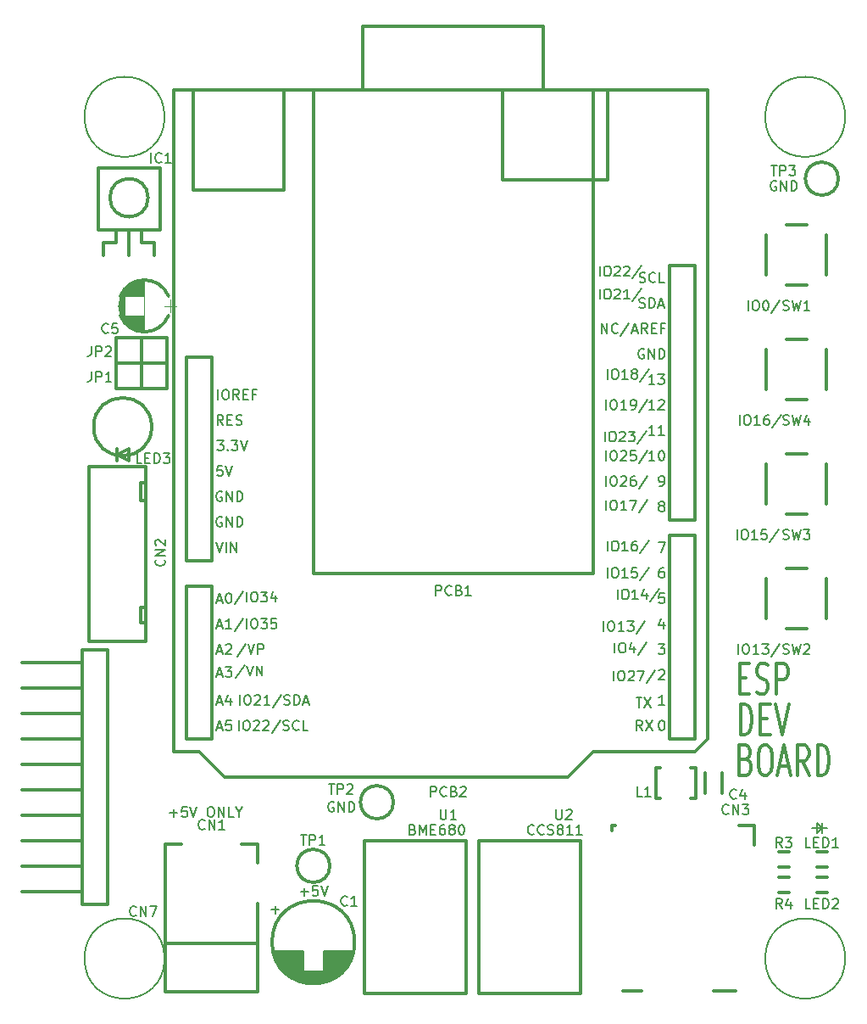
<source format=gbr>
G04 #@! TF.FileFunction,Legend,Top*
%FSLAX46Y46*%
G04 Gerber Fmt 4.6, Leading zero omitted, Abs format (unit mm)*
G04 Created by KiCad (PCBNEW 4.0.7) date 06/22/21 16:10:00*
%MOMM*%
%LPD*%
G01*
G04 APERTURE LIST*
%ADD10C,0.100000*%
%ADD11C,0.150000*%
%ADD12C,0.200000*%
%ADD13C,0.300000*%
%ADD14C,0.120000*%
G04 APERTURE END LIST*
D10*
D11*
X115312000Y-107610381D02*
X115312000Y-106610381D01*
X115978666Y-106610381D02*
X116169143Y-106610381D01*
X116264381Y-106658000D01*
X116359619Y-106753238D01*
X116407238Y-106943714D01*
X116407238Y-107277048D01*
X116359619Y-107467524D01*
X116264381Y-107562762D01*
X116169143Y-107610381D01*
X115978666Y-107610381D01*
X115883428Y-107562762D01*
X115788190Y-107467524D01*
X115740571Y-107277048D01*
X115740571Y-106943714D01*
X115788190Y-106753238D01*
X115883428Y-106658000D01*
X115978666Y-106610381D01*
X117359619Y-107610381D02*
X116788190Y-107610381D01*
X117073904Y-107610381D02*
X117073904Y-106610381D01*
X116978666Y-106753238D01*
X116883428Y-106848476D01*
X116788190Y-106896095D01*
X117692952Y-106610381D02*
X118312000Y-106610381D01*
X117978666Y-106991333D01*
X118121524Y-106991333D01*
X118216762Y-107038952D01*
X118264381Y-107086571D01*
X118312000Y-107181810D01*
X118312000Y-107419905D01*
X118264381Y-107515143D01*
X118216762Y-107562762D01*
X118121524Y-107610381D01*
X117835809Y-107610381D01*
X117740571Y-107562762D01*
X117692952Y-107515143D01*
X119454857Y-106562762D02*
X118597714Y-107848476D01*
X115185000Y-96180381D02*
X115185000Y-95180381D01*
X115851666Y-95180381D02*
X116042143Y-95180381D01*
X116137381Y-95228000D01*
X116232619Y-95323238D01*
X116280238Y-95513714D01*
X116280238Y-95847048D01*
X116232619Y-96037524D01*
X116137381Y-96132762D01*
X116042143Y-96180381D01*
X115851666Y-96180381D01*
X115756428Y-96132762D01*
X115661190Y-96037524D01*
X115613571Y-95847048D01*
X115613571Y-95513714D01*
X115661190Y-95323238D01*
X115756428Y-95228000D01*
X115851666Y-95180381D01*
X117232619Y-96180381D02*
X116661190Y-96180381D01*
X116946904Y-96180381D02*
X116946904Y-95180381D01*
X116851666Y-95323238D01*
X116756428Y-95418476D01*
X116661190Y-95466095D01*
X118137381Y-95180381D02*
X117661190Y-95180381D01*
X117613571Y-95656571D01*
X117661190Y-95608952D01*
X117756428Y-95561333D01*
X117994524Y-95561333D01*
X118089762Y-95608952D01*
X118137381Y-95656571D01*
X118185000Y-95751810D01*
X118185000Y-95989905D01*
X118137381Y-96085143D01*
X118089762Y-96132762D01*
X117994524Y-96180381D01*
X117756428Y-96180381D01*
X117661190Y-96132762D01*
X117613571Y-96085143D01*
X119327857Y-95132762D02*
X118470714Y-96418476D01*
X115439000Y-84750381D02*
X115439000Y-83750381D01*
X116105666Y-83750381D02*
X116296143Y-83750381D01*
X116391381Y-83798000D01*
X116486619Y-83893238D01*
X116534238Y-84083714D01*
X116534238Y-84417048D01*
X116486619Y-84607524D01*
X116391381Y-84702762D01*
X116296143Y-84750381D01*
X116105666Y-84750381D01*
X116010428Y-84702762D01*
X115915190Y-84607524D01*
X115867571Y-84417048D01*
X115867571Y-84083714D01*
X115915190Y-83893238D01*
X116010428Y-83798000D01*
X116105666Y-83750381D01*
X117486619Y-84750381D02*
X116915190Y-84750381D01*
X117200904Y-84750381D02*
X117200904Y-83750381D01*
X117105666Y-83893238D01*
X117010428Y-83988476D01*
X116915190Y-84036095D01*
X118343762Y-83750381D02*
X118153285Y-83750381D01*
X118058047Y-83798000D01*
X118010428Y-83845619D01*
X117915190Y-83988476D01*
X117867571Y-84178952D01*
X117867571Y-84559905D01*
X117915190Y-84655143D01*
X117962809Y-84702762D01*
X118058047Y-84750381D01*
X118248524Y-84750381D01*
X118343762Y-84702762D01*
X118391381Y-84655143D01*
X118439000Y-84559905D01*
X118439000Y-84321810D01*
X118391381Y-84226571D01*
X118343762Y-84178952D01*
X118248524Y-84131333D01*
X118058047Y-84131333D01*
X117962809Y-84178952D01*
X117915190Y-84226571D01*
X117867571Y-84321810D01*
X119581857Y-83702762D02*
X118724714Y-84988476D01*
X116296191Y-73320381D02*
X116296191Y-72320381D01*
X116962857Y-72320381D02*
X117153334Y-72320381D01*
X117248572Y-72368000D01*
X117343810Y-72463238D01*
X117391429Y-72653714D01*
X117391429Y-72987048D01*
X117343810Y-73177524D01*
X117248572Y-73272762D01*
X117153334Y-73320381D01*
X116962857Y-73320381D01*
X116867619Y-73272762D01*
X116772381Y-73177524D01*
X116724762Y-72987048D01*
X116724762Y-72653714D01*
X116772381Y-72463238D01*
X116867619Y-72368000D01*
X116962857Y-72320381D01*
X118010476Y-72320381D02*
X118105715Y-72320381D01*
X118200953Y-72368000D01*
X118248572Y-72415619D01*
X118296191Y-72510857D01*
X118343810Y-72701333D01*
X118343810Y-72939429D01*
X118296191Y-73129905D01*
X118248572Y-73225143D01*
X118200953Y-73272762D01*
X118105715Y-73320381D01*
X118010476Y-73320381D01*
X117915238Y-73272762D01*
X117867619Y-73225143D01*
X117820000Y-73129905D01*
X117772381Y-72939429D01*
X117772381Y-72701333D01*
X117820000Y-72510857D01*
X117867619Y-72415619D01*
X117915238Y-72368000D01*
X118010476Y-72320381D01*
X119486667Y-72272762D02*
X118629524Y-73558476D01*
X65861286Y-101355762D02*
X65004143Y-102641476D01*
X66194619Y-102403381D02*
X66194619Y-101403381D01*
X66861285Y-101403381D02*
X67051762Y-101403381D01*
X67147000Y-101451000D01*
X67242238Y-101546238D01*
X67289857Y-101736714D01*
X67289857Y-102070048D01*
X67242238Y-102260524D01*
X67147000Y-102355762D01*
X67051762Y-102403381D01*
X66861285Y-102403381D01*
X66766047Y-102355762D01*
X66670809Y-102260524D01*
X66623190Y-102070048D01*
X66623190Y-101736714D01*
X66670809Y-101546238D01*
X66766047Y-101451000D01*
X66861285Y-101403381D01*
X67623190Y-101403381D02*
X68242238Y-101403381D01*
X67908904Y-101784333D01*
X68051762Y-101784333D01*
X68147000Y-101831952D01*
X68194619Y-101879571D01*
X68242238Y-101974810D01*
X68242238Y-102212905D01*
X68194619Y-102308143D01*
X68147000Y-102355762D01*
X68051762Y-102403381D01*
X67766047Y-102403381D01*
X67670809Y-102355762D01*
X67623190Y-102308143D01*
X69099381Y-101736714D02*
X69099381Y-102403381D01*
X68861285Y-101355762D02*
X68623190Y-102070048D01*
X69242238Y-102070048D01*
X65861286Y-104022762D02*
X65004143Y-105308476D01*
X66194619Y-105070381D02*
X66194619Y-104070381D01*
X66861285Y-104070381D02*
X67051762Y-104070381D01*
X67147000Y-104118000D01*
X67242238Y-104213238D01*
X67289857Y-104403714D01*
X67289857Y-104737048D01*
X67242238Y-104927524D01*
X67147000Y-105022762D01*
X67051762Y-105070381D01*
X66861285Y-105070381D01*
X66766047Y-105022762D01*
X66670809Y-104927524D01*
X66623190Y-104737048D01*
X66623190Y-104403714D01*
X66670809Y-104213238D01*
X66766047Y-104118000D01*
X66861285Y-104070381D01*
X67623190Y-104070381D02*
X68242238Y-104070381D01*
X67908904Y-104451333D01*
X68051762Y-104451333D01*
X68147000Y-104498952D01*
X68194619Y-104546571D01*
X68242238Y-104641810D01*
X68242238Y-104879905D01*
X68194619Y-104975143D01*
X68147000Y-105022762D01*
X68051762Y-105070381D01*
X67766047Y-105070381D01*
X67670809Y-105022762D01*
X67623190Y-104975143D01*
X69147000Y-104070381D02*
X68670809Y-104070381D01*
X68623190Y-104546571D01*
X68670809Y-104498952D01*
X68766047Y-104451333D01*
X69004143Y-104451333D01*
X69099381Y-104498952D01*
X69147000Y-104546571D01*
X69194619Y-104641810D01*
X69194619Y-104879905D01*
X69147000Y-104975143D01*
X69099381Y-105022762D01*
X69004143Y-105070381D01*
X68766047Y-105070381D01*
X68670809Y-105022762D01*
X68623190Y-104975143D01*
X66139000Y-106562762D02*
X65281857Y-107848476D01*
X66329476Y-106610381D02*
X66662809Y-107610381D01*
X66996143Y-106610381D01*
X67329476Y-107610381D02*
X67329476Y-106610381D01*
X67710429Y-106610381D01*
X67805667Y-106658000D01*
X67853286Y-106705619D01*
X67900905Y-106800857D01*
X67900905Y-106943714D01*
X67853286Y-107038952D01*
X67805667Y-107086571D01*
X67710429Y-107134190D01*
X67329476Y-107134190D01*
X65988191Y-108721762D02*
X65131048Y-110007476D01*
X66178667Y-108769381D02*
X66512000Y-109769381D01*
X66845334Y-108769381D01*
X67178667Y-109769381D02*
X67178667Y-108769381D01*
X67750096Y-109769381D01*
X67750096Y-108769381D01*
X101651476Y-75606381D02*
X101651476Y-74606381D01*
X102222905Y-75606381D01*
X102222905Y-74606381D01*
X103270524Y-75511143D02*
X103222905Y-75558762D01*
X103080048Y-75606381D01*
X102984810Y-75606381D01*
X102841952Y-75558762D01*
X102746714Y-75463524D01*
X102699095Y-75368286D01*
X102651476Y-75177810D01*
X102651476Y-75034952D01*
X102699095Y-74844476D01*
X102746714Y-74749238D01*
X102841952Y-74654000D01*
X102984810Y-74606381D01*
X103080048Y-74606381D01*
X103222905Y-74654000D01*
X103270524Y-74701619D01*
X104413381Y-74558762D02*
X103556238Y-75844476D01*
X102866000Y-110277381D02*
X102866000Y-109277381D01*
X103532666Y-109277381D02*
X103723143Y-109277381D01*
X103818381Y-109325000D01*
X103913619Y-109420238D01*
X103961238Y-109610714D01*
X103961238Y-109944048D01*
X103913619Y-110134524D01*
X103818381Y-110229762D01*
X103723143Y-110277381D01*
X103532666Y-110277381D01*
X103437428Y-110229762D01*
X103342190Y-110134524D01*
X103294571Y-109944048D01*
X103294571Y-109610714D01*
X103342190Y-109420238D01*
X103437428Y-109325000D01*
X103532666Y-109277381D01*
X104342190Y-109372619D02*
X104389809Y-109325000D01*
X104485047Y-109277381D01*
X104723143Y-109277381D01*
X104818381Y-109325000D01*
X104866000Y-109372619D01*
X104913619Y-109467857D01*
X104913619Y-109563095D01*
X104866000Y-109705952D01*
X104294571Y-110277381D01*
X104913619Y-110277381D01*
X105246952Y-109277381D02*
X105913619Y-109277381D01*
X105485047Y-110277381D01*
X107008857Y-109229762D02*
X106151714Y-110515476D01*
X102961191Y-107483381D02*
X102961191Y-106483381D01*
X103627857Y-106483381D02*
X103818334Y-106483381D01*
X103913572Y-106531000D01*
X104008810Y-106626238D01*
X104056429Y-106816714D01*
X104056429Y-107150048D01*
X104008810Y-107340524D01*
X103913572Y-107435762D01*
X103818334Y-107483381D01*
X103627857Y-107483381D01*
X103532619Y-107435762D01*
X103437381Y-107340524D01*
X103389762Y-107150048D01*
X103389762Y-106816714D01*
X103437381Y-106626238D01*
X103532619Y-106531000D01*
X103627857Y-106483381D01*
X104913572Y-106816714D02*
X104913572Y-107483381D01*
X104675476Y-106435762D02*
X104437381Y-107150048D01*
X105056429Y-107150048D01*
X106151667Y-106435762D02*
X105294524Y-107721476D01*
X101850000Y-105324381D02*
X101850000Y-104324381D01*
X102516666Y-104324381D02*
X102707143Y-104324381D01*
X102802381Y-104372000D01*
X102897619Y-104467238D01*
X102945238Y-104657714D01*
X102945238Y-104991048D01*
X102897619Y-105181524D01*
X102802381Y-105276762D01*
X102707143Y-105324381D01*
X102516666Y-105324381D01*
X102421428Y-105276762D01*
X102326190Y-105181524D01*
X102278571Y-104991048D01*
X102278571Y-104657714D01*
X102326190Y-104467238D01*
X102421428Y-104372000D01*
X102516666Y-104324381D01*
X103897619Y-105324381D02*
X103326190Y-105324381D01*
X103611904Y-105324381D02*
X103611904Y-104324381D01*
X103516666Y-104467238D01*
X103421428Y-104562476D01*
X103326190Y-104610095D01*
X104230952Y-104324381D02*
X104850000Y-104324381D01*
X104516666Y-104705333D01*
X104659524Y-104705333D01*
X104754762Y-104752952D01*
X104802381Y-104800571D01*
X104850000Y-104895810D01*
X104850000Y-105133905D01*
X104802381Y-105229143D01*
X104754762Y-105276762D01*
X104659524Y-105324381D01*
X104373809Y-105324381D01*
X104278571Y-105276762D01*
X104230952Y-105229143D01*
X105992857Y-104276762D02*
X105135714Y-105562476D01*
X103247000Y-102149381D02*
X103247000Y-101149381D01*
X103913666Y-101149381D02*
X104104143Y-101149381D01*
X104199381Y-101197000D01*
X104294619Y-101292238D01*
X104342238Y-101482714D01*
X104342238Y-101816048D01*
X104294619Y-102006524D01*
X104199381Y-102101762D01*
X104104143Y-102149381D01*
X103913666Y-102149381D01*
X103818428Y-102101762D01*
X103723190Y-102006524D01*
X103675571Y-101816048D01*
X103675571Y-101482714D01*
X103723190Y-101292238D01*
X103818428Y-101197000D01*
X103913666Y-101149381D01*
X105294619Y-102149381D02*
X104723190Y-102149381D01*
X105008904Y-102149381D02*
X105008904Y-101149381D01*
X104913666Y-101292238D01*
X104818428Y-101387476D01*
X104723190Y-101435095D01*
X106151762Y-101482714D02*
X106151762Y-102149381D01*
X105913666Y-101101762D02*
X105675571Y-101816048D01*
X106294619Y-101816048D01*
X107389857Y-101101762D02*
X106532714Y-102387476D01*
X102231000Y-99990381D02*
X102231000Y-98990381D01*
X102897666Y-98990381D02*
X103088143Y-98990381D01*
X103183381Y-99038000D01*
X103278619Y-99133238D01*
X103326238Y-99323714D01*
X103326238Y-99657048D01*
X103278619Y-99847524D01*
X103183381Y-99942762D01*
X103088143Y-99990381D01*
X102897666Y-99990381D01*
X102802428Y-99942762D01*
X102707190Y-99847524D01*
X102659571Y-99657048D01*
X102659571Y-99323714D01*
X102707190Y-99133238D01*
X102802428Y-99038000D01*
X102897666Y-98990381D01*
X104278619Y-99990381D02*
X103707190Y-99990381D01*
X103992904Y-99990381D02*
X103992904Y-98990381D01*
X103897666Y-99133238D01*
X103802428Y-99228476D01*
X103707190Y-99276095D01*
X105183381Y-98990381D02*
X104707190Y-98990381D01*
X104659571Y-99466571D01*
X104707190Y-99418952D01*
X104802428Y-99371333D01*
X105040524Y-99371333D01*
X105135762Y-99418952D01*
X105183381Y-99466571D01*
X105231000Y-99561810D01*
X105231000Y-99799905D01*
X105183381Y-99895143D01*
X105135762Y-99942762D01*
X105040524Y-99990381D01*
X104802428Y-99990381D01*
X104707190Y-99942762D01*
X104659571Y-99895143D01*
X106373857Y-98942762D02*
X105516714Y-100228476D01*
X102231000Y-97323381D02*
X102231000Y-96323381D01*
X102897666Y-96323381D02*
X103088143Y-96323381D01*
X103183381Y-96371000D01*
X103278619Y-96466238D01*
X103326238Y-96656714D01*
X103326238Y-96990048D01*
X103278619Y-97180524D01*
X103183381Y-97275762D01*
X103088143Y-97323381D01*
X102897666Y-97323381D01*
X102802428Y-97275762D01*
X102707190Y-97180524D01*
X102659571Y-96990048D01*
X102659571Y-96656714D01*
X102707190Y-96466238D01*
X102802428Y-96371000D01*
X102897666Y-96323381D01*
X104278619Y-97323381D02*
X103707190Y-97323381D01*
X103992904Y-97323381D02*
X103992904Y-96323381D01*
X103897666Y-96466238D01*
X103802428Y-96561476D01*
X103707190Y-96609095D01*
X105135762Y-96323381D02*
X104945285Y-96323381D01*
X104850047Y-96371000D01*
X104802428Y-96418619D01*
X104707190Y-96561476D01*
X104659571Y-96751952D01*
X104659571Y-97132905D01*
X104707190Y-97228143D01*
X104754809Y-97275762D01*
X104850047Y-97323381D01*
X105040524Y-97323381D01*
X105135762Y-97275762D01*
X105183381Y-97228143D01*
X105231000Y-97132905D01*
X105231000Y-96894810D01*
X105183381Y-96799571D01*
X105135762Y-96751952D01*
X105040524Y-96704333D01*
X104850047Y-96704333D01*
X104754809Y-96751952D01*
X104707190Y-96799571D01*
X104659571Y-96894810D01*
X106373857Y-96275762D02*
X105516714Y-97561476D01*
X102104000Y-93259381D02*
X102104000Y-92259381D01*
X102770666Y-92259381D02*
X102961143Y-92259381D01*
X103056381Y-92307000D01*
X103151619Y-92402238D01*
X103199238Y-92592714D01*
X103199238Y-92926048D01*
X103151619Y-93116524D01*
X103056381Y-93211762D01*
X102961143Y-93259381D01*
X102770666Y-93259381D01*
X102675428Y-93211762D01*
X102580190Y-93116524D01*
X102532571Y-92926048D01*
X102532571Y-92592714D01*
X102580190Y-92402238D01*
X102675428Y-92307000D01*
X102770666Y-92259381D01*
X104151619Y-93259381D02*
X103580190Y-93259381D01*
X103865904Y-93259381D02*
X103865904Y-92259381D01*
X103770666Y-92402238D01*
X103675428Y-92497476D01*
X103580190Y-92545095D01*
X104484952Y-92259381D02*
X105151619Y-92259381D01*
X104723047Y-93259381D01*
X106246857Y-92211762D02*
X105389714Y-93497476D01*
X102104000Y-90846381D02*
X102104000Y-89846381D01*
X102770666Y-89846381D02*
X102961143Y-89846381D01*
X103056381Y-89894000D01*
X103151619Y-89989238D01*
X103199238Y-90179714D01*
X103199238Y-90513048D01*
X103151619Y-90703524D01*
X103056381Y-90798762D01*
X102961143Y-90846381D01*
X102770666Y-90846381D01*
X102675428Y-90798762D01*
X102580190Y-90703524D01*
X102532571Y-90513048D01*
X102532571Y-90179714D01*
X102580190Y-89989238D01*
X102675428Y-89894000D01*
X102770666Y-89846381D01*
X103580190Y-89941619D02*
X103627809Y-89894000D01*
X103723047Y-89846381D01*
X103961143Y-89846381D01*
X104056381Y-89894000D01*
X104104000Y-89941619D01*
X104151619Y-90036857D01*
X104151619Y-90132095D01*
X104104000Y-90274952D01*
X103532571Y-90846381D01*
X104151619Y-90846381D01*
X105008762Y-89846381D02*
X104818285Y-89846381D01*
X104723047Y-89894000D01*
X104675428Y-89941619D01*
X104580190Y-90084476D01*
X104532571Y-90274952D01*
X104532571Y-90655905D01*
X104580190Y-90751143D01*
X104627809Y-90798762D01*
X104723047Y-90846381D01*
X104913524Y-90846381D01*
X105008762Y-90798762D01*
X105056381Y-90751143D01*
X105104000Y-90655905D01*
X105104000Y-90417810D01*
X105056381Y-90322571D01*
X105008762Y-90274952D01*
X104913524Y-90227333D01*
X104723047Y-90227333D01*
X104627809Y-90274952D01*
X104580190Y-90322571D01*
X104532571Y-90417810D01*
X106246857Y-89798762D02*
X105389714Y-91084476D01*
X102104000Y-88306381D02*
X102104000Y-87306381D01*
X102770666Y-87306381D02*
X102961143Y-87306381D01*
X103056381Y-87354000D01*
X103151619Y-87449238D01*
X103199238Y-87639714D01*
X103199238Y-87973048D01*
X103151619Y-88163524D01*
X103056381Y-88258762D01*
X102961143Y-88306381D01*
X102770666Y-88306381D01*
X102675428Y-88258762D01*
X102580190Y-88163524D01*
X102532571Y-87973048D01*
X102532571Y-87639714D01*
X102580190Y-87449238D01*
X102675428Y-87354000D01*
X102770666Y-87306381D01*
X103580190Y-87401619D02*
X103627809Y-87354000D01*
X103723047Y-87306381D01*
X103961143Y-87306381D01*
X104056381Y-87354000D01*
X104104000Y-87401619D01*
X104151619Y-87496857D01*
X104151619Y-87592095D01*
X104104000Y-87734952D01*
X103532571Y-88306381D01*
X104151619Y-88306381D01*
X105056381Y-87306381D02*
X104580190Y-87306381D01*
X104532571Y-87782571D01*
X104580190Y-87734952D01*
X104675428Y-87687333D01*
X104913524Y-87687333D01*
X105008762Y-87734952D01*
X105056381Y-87782571D01*
X105104000Y-87877810D01*
X105104000Y-88115905D01*
X105056381Y-88211143D01*
X105008762Y-88258762D01*
X104913524Y-88306381D01*
X104675428Y-88306381D01*
X104580190Y-88258762D01*
X104532571Y-88211143D01*
X106246857Y-87258762D02*
X105389714Y-88544476D01*
X101977000Y-86401381D02*
X101977000Y-85401381D01*
X102643666Y-85401381D02*
X102834143Y-85401381D01*
X102929381Y-85449000D01*
X103024619Y-85544238D01*
X103072238Y-85734714D01*
X103072238Y-86068048D01*
X103024619Y-86258524D01*
X102929381Y-86353762D01*
X102834143Y-86401381D01*
X102643666Y-86401381D01*
X102548428Y-86353762D01*
X102453190Y-86258524D01*
X102405571Y-86068048D01*
X102405571Y-85734714D01*
X102453190Y-85544238D01*
X102548428Y-85449000D01*
X102643666Y-85401381D01*
X103453190Y-85496619D02*
X103500809Y-85449000D01*
X103596047Y-85401381D01*
X103834143Y-85401381D01*
X103929381Y-85449000D01*
X103977000Y-85496619D01*
X104024619Y-85591857D01*
X104024619Y-85687095D01*
X103977000Y-85829952D01*
X103405571Y-86401381D01*
X104024619Y-86401381D01*
X104357952Y-85401381D02*
X104977000Y-85401381D01*
X104643666Y-85782333D01*
X104786524Y-85782333D01*
X104881762Y-85829952D01*
X104929381Y-85877571D01*
X104977000Y-85972810D01*
X104977000Y-86210905D01*
X104929381Y-86306143D01*
X104881762Y-86353762D01*
X104786524Y-86401381D01*
X104500809Y-86401381D01*
X104405571Y-86353762D01*
X104357952Y-86306143D01*
X106119857Y-85353762D02*
X105262714Y-86639476D01*
X102104000Y-83226381D02*
X102104000Y-82226381D01*
X102770666Y-82226381D02*
X102961143Y-82226381D01*
X103056381Y-82274000D01*
X103151619Y-82369238D01*
X103199238Y-82559714D01*
X103199238Y-82893048D01*
X103151619Y-83083524D01*
X103056381Y-83178762D01*
X102961143Y-83226381D01*
X102770666Y-83226381D01*
X102675428Y-83178762D01*
X102580190Y-83083524D01*
X102532571Y-82893048D01*
X102532571Y-82559714D01*
X102580190Y-82369238D01*
X102675428Y-82274000D01*
X102770666Y-82226381D01*
X104151619Y-83226381D02*
X103580190Y-83226381D01*
X103865904Y-83226381D02*
X103865904Y-82226381D01*
X103770666Y-82369238D01*
X103675428Y-82464476D01*
X103580190Y-82512095D01*
X104627809Y-83226381D02*
X104818285Y-83226381D01*
X104913524Y-83178762D01*
X104961143Y-83131143D01*
X105056381Y-82988286D01*
X105104000Y-82797810D01*
X105104000Y-82416857D01*
X105056381Y-82321619D01*
X105008762Y-82274000D01*
X104913524Y-82226381D01*
X104723047Y-82226381D01*
X104627809Y-82274000D01*
X104580190Y-82321619D01*
X104532571Y-82416857D01*
X104532571Y-82654952D01*
X104580190Y-82750190D01*
X104627809Y-82797810D01*
X104723047Y-82845429D01*
X104913524Y-82845429D01*
X105008762Y-82797810D01*
X105056381Y-82750190D01*
X105104000Y-82654952D01*
X106246857Y-82178762D02*
X105389714Y-83464476D01*
X102231000Y-80178381D02*
X102231000Y-79178381D01*
X102897666Y-79178381D02*
X103088143Y-79178381D01*
X103183381Y-79226000D01*
X103278619Y-79321238D01*
X103326238Y-79511714D01*
X103326238Y-79845048D01*
X103278619Y-80035524D01*
X103183381Y-80130762D01*
X103088143Y-80178381D01*
X102897666Y-80178381D01*
X102802428Y-80130762D01*
X102707190Y-80035524D01*
X102659571Y-79845048D01*
X102659571Y-79511714D01*
X102707190Y-79321238D01*
X102802428Y-79226000D01*
X102897666Y-79178381D01*
X104278619Y-80178381D02*
X103707190Y-80178381D01*
X103992904Y-80178381D02*
X103992904Y-79178381D01*
X103897666Y-79321238D01*
X103802428Y-79416476D01*
X103707190Y-79464095D01*
X104850047Y-79606952D02*
X104754809Y-79559333D01*
X104707190Y-79511714D01*
X104659571Y-79416476D01*
X104659571Y-79368857D01*
X104707190Y-79273619D01*
X104754809Y-79226000D01*
X104850047Y-79178381D01*
X105040524Y-79178381D01*
X105135762Y-79226000D01*
X105183381Y-79273619D01*
X105231000Y-79368857D01*
X105231000Y-79416476D01*
X105183381Y-79511714D01*
X105135762Y-79559333D01*
X105040524Y-79606952D01*
X104850047Y-79606952D01*
X104754809Y-79654571D01*
X104707190Y-79702190D01*
X104659571Y-79797429D01*
X104659571Y-79987905D01*
X104707190Y-80083143D01*
X104754809Y-80130762D01*
X104850047Y-80178381D01*
X105040524Y-80178381D01*
X105135762Y-80130762D01*
X105183381Y-80083143D01*
X105231000Y-79987905D01*
X105231000Y-79797429D01*
X105183381Y-79702190D01*
X105135762Y-79654571D01*
X105040524Y-79606952D01*
X106373857Y-79130762D02*
X105516714Y-80416476D01*
X101469000Y-72177381D02*
X101469000Y-71177381D01*
X102135666Y-71177381D02*
X102326143Y-71177381D01*
X102421381Y-71225000D01*
X102516619Y-71320238D01*
X102564238Y-71510714D01*
X102564238Y-71844048D01*
X102516619Y-72034524D01*
X102421381Y-72129762D01*
X102326143Y-72177381D01*
X102135666Y-72177381D01*
X102040428Y-72129762D01*
X101945190Y-72034524D01*
X101897571Y-71844048D01*
X101897571Y-71510714D01*
X101945190Y-71320238D01*
X102040428Y-71225000D01*
X102135666Y-71177381D01*
X102945190Y-71272619D02*
X102992809Y-71225000D01*
X103088047Y-71177381D01*
X103326143Y-71177381D01*
X103421381Y-71225000D01*
X103469000Y-71272619D01*
X103516619Y-71367857D01*
X103516619Y-71463095D01*
X103469000Y-71605952D01*
X102897571Y-72177381D01*
X103516619Y-72177381D01*
X104469000Y-72177381D02*
X103897571Y-72177381D01*
X104183285Y-72177381D02*
X104183285Y-71177381D01*
X104088047Y-71320238D01*
X103992809Y-71415476D01*
X103897571Y-71463095D01*
X105611857Y-71129762D02*
X104754714Y-72415476D01*
X101469000Y-69891381D02*
X101469000Y-68891381D01*
X102135666Y-68891381D02*
X102326143Y-68891381D01*
X102421381Y-68939000D01*
X102516619Y-69034238D01*
X102564238Y-69224714D01*
X102564238Y-69558048D01*
X102516619Y-69748524D01*
X102421381Y-69843762D01*
X102326143Y-69891381D01*
X102135666Y-69891381D01*
X102040428Y-69843762D01*
X101945190Y-69748524D01*
X101897571Y-69558048D01*
X101897571Y-69224714D01*
X101945190Y-69034238D01*
X102040428Y-68939000D01*
X102135666Y-68891381D01*
X102945190Y-68986619D02*
X102992809Y-68939000D01*
X103088047Y-68891381D01*
X103326143Y-68891381D01*
X103421381Y-68939000D01*
X103469000Y-68986619D01*
X103516619Y-69081857D01*
X103516619Y-69177095D01*
X103469000Y-69319952D01*
X102897571Y-69891381D01*
X103516619Y-69891381D01*
X103897571Y-68986619D02*
X103945190Y-68939000D01*
X104040428Y-68891381D01*
X104278524Y-68891381D01*
X104373762Y-68939000D01*
X104421381Y-68986619D01*
X104469000Y-69081857D01*
X104469000Y-69177095D01*
X104421381Y-69319952D01*
X103849952Y-69891381D01*
X104469000Y-69891381D01*
X105611857Y-68843762D02*
X104754714Y-70129476D01*
X65520238Y-112690381D02*
X65520238Y-111690381D01*
X66186904Y-111690381D02*
X66377381Y-111690381D01*
X66472619Y-111738000D01*
X66567857Y-111833238D01*
X66615476Y-112023714D01*
X66615476Y-112357048D01*
X66567857Y-112547524D01*
X66472619Y-112642762D01*
X66377381Y-112690381D01*
X66186904Y-112690381D01*
X66091666Y-112642762D01*
X65996428Y-112547524D01*
X65948809Y-112357048D01*
X65948809Y-112023714D01*
X65996428Y-111833238D01*
X66091666Y-111738000D01*
X66186904Y-111690381D01*
X66996428Y-111785619D02*
X67044047Y-111738000D01*
X67139285Y-111690381D01*
X67377381Y-111690381D01*
X67472619Y-111738000D01*
X67520238Y-111785619D01*
X67567857Y-111880857D01*
X67567857Y-111976095D01*
X67520238Y-112118952D01*
X66948809Y-112690381D01*
X67567857Y-112690381D01*
X68520238Y-112690381D02*
X67948809Y-112690381D01*
X68234523Y-112690381D02*
X68234523Y-111690381D01*
X68139285Y-111833238D01*
X68044047Y-111928476D01*
X67948809Y-111976095D01*
X69663095Y-111642762D02*
X68805952Y-112928476D01*
X69948809Y-112642762D02*
X70091666Y-112690381D01*
X70329762Y-112690381D01*
X70425000Y-112642762D01*
X70472619Y-112595143D01*
X70520238Y-112499905D01*
X70520238Y-112404667D01*
X70472619Y-112309429D01*
X70425000Y-112261810D01*
X70329762Y-112214190D01*
X70139285Y-112166571D01*
X70044047Y-112118952D01*
X69996428Y-112071333D01*
X69948809Y-111976095D01*
X69948809Y-111880857D01*
X69996428Y-111785619D01*
X70044047Y-111738000D01*
X70139285Y-111690381D01*
X70377381Y-111690381D01*
X70520238Y-111738000D01*
X70948809Y-112690381D02*
X70948809Y-111690381D01*
X71186904Y-111690381D01*
X71329762Y-111738000D01*
X71425000Y-111833238D01*
X71472619Y-111928476D01*
X71520238Y-112118952D01*
X71520238Y-112261810D01*
X71472619Y-112452286D01*
X71425000Y-112547524D01*
X71329762Y-112642762D01*
X71186904Y-112690381D01*
X70948809Y-112690381D01*
X71901190Y-112404667D02*
X72377381Y-112404667D01*
X71805952Y-112690381D02*
X72139285Y-111690381D01*
X72472619Y-112690381D01*
X65417048Y-115230381D02*
X65417048Y-114230381D01*
X66083714Y-114230381D02*
X66274191Y-114230381D01*
X66369429Y-114278000D01*
X66464667Y-114373238D01*
X66512286Y-114563714D01*
X66512286Y-114897048D01*
X66464667Y-115087524D01*
X66369429Y-115182762D01*
X66274191Y-115230381D01*
X66083714Y-115230381D01*
X65988476Y-115182762D01*
X65893238Y-115087524D01*
X65845619Y-114897048D01*
X65845619Y-114563714D01*
X65893238Y-114373238D01*
X65988476Y-114278000D01*
X66083714Y-114230381D01*
X66893238Y-114325619D02*
X66940857Y-114278000D01*
X67036095Y-114230381D01*
X67274191Y-114230381D01*
X67369429Y-114278000D01*
X67417048Y-114325619D01*
X67464667Y-114420857D01*
X67464667Y-114516095D01*
X67417048Y-114658952D01*
X66845619Y-115230381D01*
X67464667Y-115230381D01*
X67845619Y-114325619D02*
X67893238Y-114278000D01*
X67988476Y-114230381D01*
X68226572Y-114230381D01*
X68321810Y-114278000D01*
X68369429Y-114325619D01*
X68417048Y-114420857D01*
X68417048Y-114516095D01*
X68369429Y-114658952D01*
X67798000Y-115230381D01*
X68417048Y-115230381D01*
X69559905Y-114182762D02*
X68702762Y-115468476D01*
X69845619Y-115182762D02*
X69988476Y-115230381D01*
X70226572Y-115230381D01*
X70321810Y-115182762D01*
X70369429Y-115135143D01*
X70417048Y-115039905D01*
X70417048Y-114944667D01*
X70369429Y-114849429D01*
X70321810Y-114801810D01*
X70226572Y-114754190D01*
X70036095Y-114706571D01*
X69940857Y-114658952D01*
X69893238Y-114611333D01*
X69845619Y-114516095D01*
X69845619Y-114420857D01*
X69893238Y-114325619D01*
X69940857Y-114278000D01*
X70036095Y-114230381D01*
X70274191Y-114230381D01*
X70417048Y-114278000D01*
X71417048Y-115135143D02*
X71369429Y-115182762D01*
X71226572Y-115230381D01*
X71131334Y-115230381D01*
X70988476Y-115182762D01*
X70893238Y-115087524D01*
X70845619Y-114992286D01*
X70798000Y-114801810D01*
X70798000Y-114658952D01*
X70845619Y-114468476D01*
X70893238Y-114373238D01*
X70988476Y-114278000D01*
X71131334Y-114230381D01*
X71226572Y-114230381D01*
X71369429Y-114278000D01*
X71417048Y-114325619D01*
X72321810Y-115230381D02*
X71845619Y-115230381D01*
X71845619Y-114230381D01*
X58519381Y-123485429D02*
X59281286Y-123485429D01*
X58900334Y-123866381D02*
X58900334Y-123104476D01*
X60233667Y-122866381D02*
X59757476Y-122866381D01*
X59709857Y-123342571D01*
X59757476Y-123294952D01*
X59852714Y-123247333D01*
X60090810Y-123247333D01*
X60186048Y-123294952D01*
X60233667Y-123342571D01*
X60281286Y-123437810D01*
X60281286Y-123675905D01*
X60233667Y-123771143D01*
X60186048Y-123818762D01*
X60090810Y-123866381D01*
X59852714Y-123866381D01*
X59757476Y-123818762D01*
X59709857Y-123771143D01*
X60567000Y-122866381D02*
X60900333Y-123866381D01*
X61233667Y-122866381D01*
X62519381Y-122866381D02*
X62709858Y-122866381D01*
X62805096Y-122914000D01*
X62900334Y-123009238D01*
X62947953Y-123199714D01*
X62947953Y-123533048D01*
X62900334Y-123723524D01*
X62805096Y-123818762D01*
X62709858Y-123866381D01*
X62519381Y-123866381D01*
X62424143Y-123818762D01*
X62328905Y-123723524D01*
X62281286Y-123533048D01*
X62281286Y-123199714D01*
X62328905Y-123009238D01*
X62424143Y-122914000D01*
X62519381Y-122866381D01*
X63376524Y-123866381D02*
X63376524Y-122866381D01*
X63947953Y-123866381D01*
X63947953Y-122866381D01*
X64900334Y-123866381D02*
X64424143Y-123866381D01*
X64424143Y-122866381D01*
X65424143Y-123390190D02*
X65424143Y-123866381D01*
X65090810Y-122866381D02*
X65424143Y-123390190D01*
X65757477Y-122866381D01*
X94896762Y-125549143D02*
X94849143Y-125596762D01*
X94706286Y-125644381D01*
X94611048Y-125644381D01*
X94468190Y-125596762D01*
X94372952Y-125501524D01*
X94325333Y-125406286D01*
X94277714Y-125215810D01*
X94277714Y-125072952D01*
X94325333Y-124882476D01*
X94372952Y-124787238D01*
X94468190Y-124692000D01*
X94611048Y-124644381D01*
X94706286Y-124644381D01*
X94849143Y-124692000D01*
X94896762Y-124739619D01*
X95896762Y-125549143D02*
X95849143Y-125596762D01*
X95706286Y-125644381D01*
X95611048Y-125644381D01*
X95468190Y-125596762D01*
X95372952Y-125501524D01*
X95325333Y-125406286D01*
X95277714Y-125215810D01*
X95277714Y-125072952D01*
X95325333Y-124882476D01*
X95372952Y-124787238D01*
X95468190Y-124692000D01*
X95611048Y-124644381D01*
X95706286Y-124644381D01*
X95849143Y-124692000D01*
X95896762Y-124739619D01*
X96277714Y-125596762D02*
X96420571Y-125644381D01*
X96658667Y-125644381D01*
X96753905Y-125596762D01*
X96801524Y-125549143D01*
X96849143Y-125453905D01*
X96849143Y-125358667D01*
X96801524Y-125263429D01*
X96753905Y-125215810D01*
X96658667Y-125168190D01*
X96468190Y-125120571D01*
X96372952Y-125072952D01*
X96325333Y-125025333D01*
X96277714Y-124930095D01*
X96277714Y-124834857D01*
X96325333Y-124739619D01*
X96372952Y-124692000D01*
X96468190Y-124644381D01*
X96706286Y-124644381D01*
X96849143Y-124692000D01*
X97420571Y-125072952D02*
X97325333Y-125025333D01*
X97277714Y-124977714D01*
X97230095Y-124882476D01*
X97230095Y-124834857D01*
X97277714Y-124739619D01*
X97325333Y-124692000D01*
X97420571Y-124644381D01*
X97611048Y-124644381D01*
X97706286Y-124692000D01*
X97753905Y-124739619D01*
X97801524Y-124834857D01*
X97801524Y-124882476D01*
X97753905Y-124977714D01*
X97706286Y-125025333D01*
X97611048Y-125072952D01*
X97420571Y-125072952D01*
X97325333Y-125120571D01*
X97277714Y-125168190D01*
X97230095Y-125263429D01*
X97230095Y-125453905D01*
X97277714Y-125549143D01*
X97325333Y-125596762D01*
X97420571Y-125644381D01*
X97611048Y-125644381D01*
X97706286Y-125596762D01*
X97753905Y-125549143D01*
X97801524Y-125453905D01*
X97801524Y-125263429D01*
X97753905Y-125168190D01*
X97706286Y-125120571D01*
X97611048Y-125072952D01*
X98753905Y-125644381D02*
X98182476Y-125644381D01*
X98468190Y-125644381D02*
X98468190Y-124644381D01*
X98372952Y-124787238D01*
X98277714Y-124882476D01*
X98182476Y-124930095D01*
X99706286Y-125644381D02*
X99134857Y-125644381D01*
X99420571Y-125644381D02*
X99420571Y-124644381D01*
X99325333Y-124787238D01*
X99230095Y-124882476D01*
X99134857Y-124930095D01*
X82800048Y-125120571D02*
X82942905Y-125168190D01*
X82990524Y-125215810D01*
X83038143Y-125311048D01*
X83038143Y-125453905D01*
X82990524Y-125549143D01*
X82942905Y-125596762D01*
X82847667Y-125644381D01*
X82466714Y-125644381D01*
X82466714Y-124644381D01*
X82800048Y-124644381D01*
X82895286Y-124692000D01*
X82942905Y-124739619D01*
X82990524Y-124834857D01*
X82990524Y-124930095D01*
X82942905Y-125025333D01*
X82895286Y-125072952D01*
X82800048Y-125120571D01*
X82466714Y-125120571D01*
X83466714Y-125644381D02*
X83466714Y-124644381D01*
X83800048Y-125358667D01*
X84133381Y-124644381D01*
X84133381Y-125644381D01*
X84609571Y-125120571D02*
X84942905Y-125120571D01*
X85085762Y-125644381D02*
X84609571Y-125644381D01*
X84609571Y-124644381D01*
X85085762Y-124644381D01*
X85942905Y-124644381D02*
X85752428Y-124644381D01*
X85657190Y-124692000D01*
X85609571Y-124739619D01*
X85514333Y-124882476D01*
X85466714Y-125072952D01*
X85466714Y-125453905D01*
X85514333Y-125549143D01*
X85561952Y-125596762D01*
X85657190Y-125644381D01*
X85847667Y-125644381D01*
X85942905Y-125596762D01*
X85990524Y-125549143D01*
X86038143Y-125453905D01*
X86038143Y-125215810D01*
X85990524Y-125120571D01*
X85942905Y-125072952D01*
X85847667Y-125025333D01*
X85657190Y-125025333D01*
X85561952Y-125072952D01*
X85514333Y-125120571D01*
X85466714Y-125215810D01*
X86609571Y-125072952D02*
X86514333Y-125025333D01*
X86466714Y-124977714D01*
X86419095Y-124882476D01*
X86419095Y-124834857D01*
X86466714Y-124739619D01*
X86514333Y-124692000D01*
X86609571Y-124644381D01*
X86800048Y-124644381D01*
X86895286Y-124692000D01*
X86942905Y-124739619D01*
X86990524Y-124834857D01*
X86990524Y-124882476D01*
X86942905Y-124977714D01*
X86895286Y-125025333D01*
X86800048Y-125072952D01*
X86609571Y-125072952D01*
X86514333Y-125120571D01*
X86466714Y-125168190D01*
X86419095Y-125263429D01*
X86419095Y-125453905D01*
X86466714Y-125549143D01*
X86514333Y-125596762D01*
X86609571Y-125644381D01*
X86800048Y-125644381D01*
X86895286Y-125596762D01*
X86942905Y-125549143D01*
X86990524Y-125453905D01*
X86990524Y-125263429D01*
X86942905Y-125168190D01*
X86895286Y-125120571D01*
X86800048Y-125072952D01*
X87609571Y-124644381D02*
X87704810Y-124644381D01*
X87800048Y-124692000D01*
X87847667Y-124739619D01*
X87895286Y-124834857D01*
X87942905Y-125025333D01*
X87942905Y-125263429D01*
X87895286Y-125453905D01*
X87847667Y-125549143D01*
X87800048Y-125596762D01*
X87704810Y-125644381D01*
X87609571Y-125644381D01*
X87514333Y-125596762D01*
X87466714Y-125549143D01*
X87419095Y-125453905D01*
X87371476Y-125263429D01*
X87371476Y-125025333D01*
X87419095Y-124834857D01*
X87466714Y-124739619D01*
X87514333Y-124692000D01*
X87609571Y-124644381D01*
X119090096Y-60430000D02*
X118994858Y-60382381D01*
X118852001Y-60382381D01*
X118709143Y-60430000D01*
X118613905Y-60525238D01*
X118566286Y-60620476D01*
X118518667Y-60810952D01*
X118518667Y-60953810D01*
X118566286Y-61144286D01*
X118613905Y-61239524D01*
X118709143Y-61334762D01*
X118852001Y-61382381D01*
X118947239Y-61382381D01*
X119090096Y-61334762D01*
X119137715Y-61287143D01*
X119137715Y-60953810D01*
X118947239Y-60953810D01*
X119566286Y-61382381D02*
X119566286Y-60382381D01*
X120137715Y-61382381D01*
X120137715Y-60382381D01*
X120613905Y-61382381D02*
X120613905Y-60382381D01*
X120852000Y-60382381D01*
X120994858Y-60430000D01*
X121090096Y-60525238D01*
X121137715Y-60620476D01*
X121185334Y-60810952D01*
X121185334Y-60953810D01*
X121137715Y-61144286D01*
X121090096Y-61239524D01*
X120994858Y-61334762D01*
X120852000Y-61382381D01*
X120613905Y-61382381D01*
D12*
X122646000Y-124938000D02*
X124170000Y-124938000D01*
X123662000Y-125446000D02*
X123662000Y-124430000D01*
X123662000Y-124938000D02*
X123154000Y-125446000D01*
X123154000Y-124430000D02*
X123662000Y-124938000D01*
X123154000Y-125446000D02*
X123154000Y-124430000D01*
D11*
X68671048Y-133137429D02*
X69432953Y-133137429D01*
X69052001Y-133518381D02*
X69052001Y-132756476D01*
X71576286Y-131359429D02*
X72338191Y-131359429D01*
X71957239Y-131740381D02*
X71957239Y-130978476D01*
X73290572Y-130740381D02*
X72814381Y-130740381D01*
X72766762Y-131216571D01*
X72814381Y-131168952D01*
X72909619Y-131121333D01*
X73147715Y-131121333D01*
X73242953Y-131168952D01*
X73290572Y-131216571D01*
X73338191Y-131311810D01*
X73338191Y-131549905D01*
X73290572Y-131645143D01*
X73242953Y-131692762D01*
X73147715Y-131740381D01*
X72909619Y-131740381D01*
X72814381Y-131692762D01*
X72766762Y-131645143D01*
X73623905Y-130740381D02*
X73957238Y-131740381D01*
X74290572Y-130740381D01*
X74894096Y-122406000D02*
X74798858Y-122358381D01*
X74656001Y-122358381D01*
X74513143Y-122406000D01*
X74417905Y-122501238D01*
X74370286Y-122596476D01*
X74322667Y-122786952D01*
X74322667Y-122929810D01*
X74370286Y-123120286D01*
X74417905Y-123215524D01*
X74513143Y-123310762D01*
X74656001Y-123358381D01*
X74751239Y-123358381D01*
X74894096Y-123310762D01*
X74941715Y-123263143D01*
X74941715Y-122929810D01*
X74751239Y-122929810D01*
X75370286Y-123358381D02*
X75370286Y-122358381D01*
X75941715Y-123358381D01*
X75941715Y-122358381D01*
X76417905Y-123358381D02*
X76417905Y-122358381D01*
X76656000Y-122358381D01*
X76798858Y-122406000D01*
X76894096Y-122501238D01*
X76941715Y-122596476D01*
X76989334Y-122786952D01*
X76989334Y-122929810D01*
X76941715Y-123120286D01*
X76894096Y-123215524D01*
X76798858Y-123310762D01*
X76656000Y-123358381D01*
X76417905Y-123358381D01*
D13*
X116090095Y-118119714D02*
X116375809Y-118262571D01*
X116471048Y-118405429D01*
X116566286Y-118691143D01*
X116566286Y-119119714D01*
X116471048Y-119405429D01*
X116375809Y-119548286D01*
X116185333Y-119691143D01*
X115423428Y-119691143D01*
X115423428Y-116691143D01*
X116090095Y-116691143D01*
X116280571Y-116834000D01*
X116375809Y-116976857D01*
X116471048Y-117262571D01*
X116471048Y-117548286D01*
X116375809Y-117834000D01*
X116280571Y-117976857D01*
X116090095Y-118119714D01*
X115423428Y-118119714D01*
X117804381Y-116691143D02*
X118185333Y-116691143D01*
X118375809Y-116834000D01*
X118566286Y-117119714D01*
X118661524Y-117691143D01*
X118661524Y-118691143D01*
X118566286Y-119262571D01*
X118375809Y-119548286D01*
X118185333Y-119691143D01*
X117804381Y-119691143D01*
X117613905Y-119548286D01*
X117423428Y-119262571D01*
X117328190Y-118691143D01*
X117328190Y-117691143D01*
X117423428Y-117119714D01*
X117613905Y-116834000D01*
X117804381Y-116691143D01*
X119423428Y-118834000D02*
X120375809Y-118834000D01*
X119232952Y-119691143D02*
X119899619Y-116691143D01*
X120566286Y-119691143D01*
X122375810Y-119691143D02*
X121709143Y-118262571D01*
X121232952Y-119691143D02*
X121232952Y-116691143D01*
X121994857Y-116691143D01*
X122185333Y-116834000D01*
X122280572Y-116976857D01*
X122375810Y-117262571D01*
X122375810Y-117691143D01*
X122280572Y-117976857D01*
X122185333Y-118119714D01*
X121994857Y-118262571D01*
X121232952Y-118262571D01*
X123232952Y-119691143D02*
X123232952Y-116691143D01*
X123709143Y-116691143D01*
X123994857Y-116834000D01*
X124185333Y-117119714D01*
X124280572Y-117405429D01*
X124375810Y-117976857D01*
X124375810Y-118405429D01*
X124280572Y-118976857D01*
X124185333Y-119262571D01*
X123994857Y-119548286D01*
X123709143Y-119691143D01*
X123232952Y-119691143D01*
X115534285Y-115627143D02*
X115534285Y-112627143D01*
X116010476Y-112627143D01*
X116296190Y-112770000D01*
X116486666Y-113055714D01*
X116581905Y-113341429D01*
X116677143Y-113912857D01*
X116677143Y-114341429D01*
X116581905Y-114912857D01*
X116486666Y-115198571D01*
X116296190Y-115484286D01*
X116010476Y-115627143D01*
X115534285Y-115627143D01*
X117534285Y-114055714D02*
X118200952Y-114055714D01*
X118486666Y-115627143D02*
X117534285Y-115627143D01*
X117534285Y-112627143D01*
X118486666Y-112627143D01*
X119058095Y-112627143D02*
X119724762Y-115627143D01*
X120391429Y-112627143D01*
X115439047Y-109991714D02*
X116105714Y-109991714D01*
X116391428Y-111563143D02*
X115439047Y-111563143D01*
X115439047Y-108563143D01*
X116391428Y-108563143D01*
X117153333Y-111420286D02*
X117439048Y-111563143D01*
X117915238Y-111563143D01*
X118105714Y-111420286D01*
X118200952Y-111277429D01*
X118296191Y-110991714D01*
X118296191Y-110706000D01*
X118200952Y-110420286D01*
X118105714Y-110277429D01*
X117915238Y-110134571D01*
X117534286Y-109991714D01*
X117343810Y-109848857D01*
X117248571Y-109706000D01*
X117153333Y-109420286D01*
X117153333Y-109134571D01*
X117248571Y-108848857D01*
X117343810Y-108706000D01*
X117534286Y-108563143D01*
X118010476Y-108563143D01*
X118296191Y-108706000D01*
X119153333Y-111563143D02*
X119153333Y-108563143D01*
X119915238Y-108563143D01*
X120105714Y-108706000D01*
X120200953Y-108848857D01*
X120296191Y-109134571D01*
X120296191Y-109563143D01*
X120200953Y-109848857D01*
X120105714Y-109991714D01*
X119915238Y-110134571D01*
X119153333Y-110134571D01*
D12*
X58000000Y-54000000D02*
G75*
G03X58000000Y-54000000I-4000000J0D01*
G01*
X58000000Y-138000000D02*
G75*
G03X58000000Y-138000000I-4000000J0D01*
G01*
X126000000Y-138000000D02*
G75*
G03X126000000Y-138000000I-4000000J0D01*
G01*
X126000000Y-54000000D02*
G75*
G03X126000000Y-54000000I-4000000J0D01*
G01*
D13*
X49772000Y-108428000D02*
X43772000Y-108428000D01*
X49772000Y-110968000D02*
X43772000Y-110968000D01*
X49772000Y-113508000D02*
X43772000Y-113508000D01*
X49772000Y-116048000D02*
X43772000Y-116048000D01*
X49772000Y-118588000D02*
X43772000Y-118588000D01*
X49772000Y-121128000D02*
X43772000Y-121128000D01*
X49772000Y-123668000D02*
X43772000Y-123668000D01*
X49772000Y-126208000D02*
X43772000Y-126208000D01*
X49772000Y-128748000D02*
X43772000Y-128748000D01*
X49772000Y-131288000D02*
X43772000Y-131288000D01*
X52312000Y-132558000D02*
X52312000Y-107158000D01*
X52312000Y-107158000D02*
X49772000Y-107158000D01*
X49772000Y-107158000D02*
X49772000Y-132558000D01*
X49772000Y-132558000D02*
X52312000Y-132558000D01*
X71462000Y-140268000D02*
X74162000Y-140268000D01*
X74862000Y-139968000D02*
X70862000Y-139968000D01*
X70462000Y-139668000D02*
X75262000Y-139668000D01*
X70062000Y-139368000D02*
X71762000Y-139368000D01*
X69862000Y-139168000D02*
X71762000Y-139168000D01*
X69662000Y-138868000D02*
X71762000Y-138868000D01*
X69362000Y-138568000D02*
X71762000Y-138568000D01*
X69262000Y-138268000D02*
X71762000Y-138268000D01*
X73962000Y-139368000D02*
X75662000Y-139368000D01*
X73962000Y-139168000D02*
X75862000Y-139168000D01*
X73962000Y-138868000D02*
X76162000Y-138868000D01*
X73962000Y-138568000D02*
X76362000Y-138568000D01*
X76562000Y-138268000D02*
X73962000Y-138268000D01*
X76762000Y-137668000D02*
X73962000Y-137668000D01*
X68962000Y-137668000D02*
X71762000Y-137668000D01*
X76862000Y-137368000D02*
X73962000Y-137368000D01*
X73962000Y-137368000D02*
X73962000Y-139368000D01*
X73962000Y-139368000D02*
X71762000Y-139368000D01*
X71762000Y-139368000D02*
X71762000Y-137368000D01*
X71762000Y-137368000D02*
X68862000Y-137368000D01*
X76562000Y-137968000D02*
X73962000Y-137968000D01*
X71762000Y-137968000D02*
X69062000Y-137968000D01*
X76987000Y-136368000D02*
G75*
G03X76987000Y-136368000I-4125000J0D01*
G01*
X113717000Y-121493000D02*
X113717000Y-119493000D01*
X112017000Y-119493000D02*
X112017000Y-121493000D01*
X58102000Y-136478000D02*
X67302000Y-136478000D01*
X67302000Y-132478000D02*
X67302000Y-141278000D01*
X67302000Y-141278000D02*
X58102000Y-141278000D01*
X65702000Y-126578000D02*
X67302000Y-126578000D01*
X67302000Y-126578000D02*
X67302000Y-128478000D01*
X58102000Y-141278000D02*
X58102000Y-126578000D01*
X58102000Y-126578000D02*
X59702000Y-126578000D01*
X103822000Y-141238000D02*
X105662000Y-141238000D01*
X115062000Y-141238000D02*
X112832000Y-141238000D01*
X102672000Y-124728000D02*
X102672000Y-125238000D01*
X102992000Y-124728000D02*
X102672000Y-124728000D01*
X116902000Y-124728000D02*
X116902000Y-126638000D01*
X115372000Y-124728000D02*
X116902000Y-124728000D01*
X107557000Y-121993000D02*
X107057000Y-121993000D01*
X107057000Y-121993000D02*
X107057000Y-118993000D01*
X107057000Y-118993000D02*
X107557000Y-118993000D01*
X110557000Y-118993000D02*
X111057000Y-118993000D01*
X111057000Y-118993000D02*
X111057000Y-121993000D01*
X111057000Y-121993000D02*
X110557000Y-121993000D01*
X123162000Y-127363000D02*
X124162000Y-127363000D01*
X124162000Y-128863000D02*
X123162000Y-128863000D01*
X123162000Y-129903000D02*
X124162000Y-129903000D01*
X124162000Y-131403000D02*
X123162000Y-131403000D01*
X77832000Y-51278000D02*
X77832000Y-44928000D01*
X77832000Y-44928000D02*
X95832000Y-44928000D01*
X95832000Y-44928000D02*
X95832000Y-51278000D01*
X72862000Y-99538000D02*
X100802000Y-99538000D01*
X100802000Y-99538000D02*
X100802000Y-51278000D01*
X100802000Y-51278000D02*
X72862000Y-51278000D01*
X72862000Y-51278000D02*
X72862000Y-99538000D01*
X102232000Y-51278000D02*
X102232000Y-60278000D01*
X102232000Y-60278000D02*
X91732000Y-60278000D01*
X91732000Y-60278000D02*
X91732000Y-51278000D01*
X60892000Y-51278000D02*
X60892000Y-61278000D01*
X60892000Y-61278000D02*
X69892000Y-61278000D01*
X69892000Y-61278000D02*
X69892000Y-51278000D01*
X108422000Y-94204000D02*
X110962000Y-94204000D01*
X110962000Y-94204000D02*
X110962000Y-68804000D01*
X110962000Y-68804000D02*
X108422000Y-68804000D01*
X108422000Y-68804000D02*
X108422000Y-94204000D01*
X62702000Y-77948000D02*
X60162000Y-77948000D01*
X60162000Y-77948000D02*
X60162000Y-98268000D01*
X60162000Y-98268000D02*
X62702000Y-98268000D01*
X62702000Y-98268000D02*
X62702000Y-77948000D01*
X60162000Y-116048000D02*
X60162000Y-100808000D01*
X60162000Y-100808000D02*
X62702000Y-100808000D01*
X62702000Y-100808000D02*
X62702000Y-116048000D01*
X62702000Y-116048000D02*
X60162000Y-116048000D01*
X110962000Y-95728000D02*
X108422000Y-95728000D01*
X108422000Y-95728000D02*
X108422000Y-116048000D01*
X108422000Y-116048000D02*
X110962000Y-116048000D01*
X110962000Y-116048000D02*
X110962000Y-95728000D01*
X63972000Y-119858000D02*
X98262000Y-119858000D01*
X100802000Y-117318000D02*
X98262000Y-119858000D01*
X112232000Y-116048000D02*
X110962000Y-117318000D01*
X110962000Y-117318000D02*
X100802000Y-117318000D01*
X58892000Y-117318000D02*
X61432000Y-117318000D01*
X61432000Y-117318000D02*
X63972000Y-119858000D01*
X58892000Y-51278000D02*
X58892000Y-117278000D01*
X112232000Y-51278000D02*
X112232000Y-116008000D01*
X112232000Y-51278000D02*
X58892000Y-51278000D01*
X119352000Y-127363000D02*
X120352000Y-127363000D01*
X120352000Y-128863000D02*
X119352000Y-128863000D01*
X119352000Y-129903000D02*
X120352000Y-129903000D01*
X120352000Y-131403000D02*
X119352000Y-131403000D01*
X122122000Y-70788000D02*
X120122000Y-70788000D01*
X122122000Y-64788000D02*
X120122000Y-64788000D01*
X124122000Y-69788000D02*
X124122000Y-65788000D01*
X118122000Y-69788000D02*
X118122000Y-65788000D01*
X122122000Y-105078000D02*
X120122000Y-105078000D01*
X122122000Y-99078000D02*
X120122000Y-99078000D01*
X124122000Y-104078000D02*
X124122000Y-100078000D01*
X118122000Y-104078000D02*
X118122000Y-100078000D01*
X122122000Y-93648000D02*
X120122000Y-93648000D01*
X122122000Y-87648000D02*
X120122000Y-87648000D01*
X124122000Y-92648000D02*
X124122000Y-88648000D01*
X118122000Y-92648000D02*
X118122000Y-88648000D01*
X122122000Y-82218000D02*
X120122000Y-82218000D01*
X122122000Y-76218000D02*
X120122000Y-76218000D01*
X124122000Y-81218000D02*
X124122000Y-77218000D01*
X118122000Y-81218000D02*
X118122000Y-77218000D01*
X74512000Y-128748000D02*
G75*
G03X74512000Y-128748000I-1650000J0D01*
G01*
X80862000Y-122398000D02*
G75*
G03X80862000Y-122398000I-1650000J0D01*
G01*
X125312000Y-60168000D02*
G75*
G03X125312000Y-60168000I-1650000J0D01*
G01*
X77942000Y-126208000D02*
X77942000Y-141448000D01*
X77942000Y-141448000D02*
X88102000Y-141448000D01*
X88102000Y-141448000D02*
X88102000Y-126208000D01*
X88102000Y-126208000D02*
X77942000Y-126208000D01*
X89372000Y-126208000D02*
X89372000Y-141448000D01*
X89372000Y-141448000D02*
X99532000Y-141448000D01*
X99532000Y-141448000D02*
X99532000Y-126208000D01*
X99532000Y-126208000D02*
X89372000Y-126208000D01*
X56098000Y-102967000D02*
X55590000Y-102967000D01*
X55590000Y-102967000D02*
X55590000Y-104491000D01*
X55590000Y-104491000D02*
X56098000Y-104491000D01*
X56098000Y-90521000D02*
X55590000Y-90521000D01*
X55590000Y-90521000D02*
X55590000Y-92299000D01*
X55590000Y-92299000D02*
X56098000Y-92299000D01*
X56162000Y-88933000D02*
X50412000Y-88933000D01*
X50412000Y-88933000D02*
X50412000Y-106333000D01*
X50412000Y-106333000D02*
X56162000Y-106333000D01*
X56162000Y-106333000D02*
X56162000Y-88933000D01*
D14*
X55987000Y-75418000D02*
X55987000Y-70318000D01*
X55947000Y-75418000D02*
X55947000Y-73848000D01*
X55947000Y-71888000D02*
X55947000Y-70318000D01*
X55907000Y-75417000D02*
X55907000Y-73848000D01*
X55907000Y-71888000D02*
X55907000Y-70319000D01*
X55867000Y-75416000D02*
X55867000Y-73848000D01*
X55867000Y-71888000D02*
X55867000Y-70320000D01*
X55827000Y-75414000D02*
X55827000Y-73848000D01*
X55827000Y-71888000D02*
X55827000Y-70322000D01*
X55787000Y-75411000D02*
X55787000Y-73848000D01*
X55787000Y-71888000D02*
X55787000Y-70325000D01*
X55747000Y-75407000D02*
X55747000Y-73848000D01*
X55747000Y-71888000D02*
X55747000Y-70329000D01*
X55707000Y-75403000D02*
X55707000Y-73848000D01*
X55707000Y-71888000D02*
X55707000Y-70333000D01*
X55667000Y-75399000D02*
X55667000Y-73848000D01*
X55667000Y-71888000D02*
X55667000Y-70337000D01*
X55627000Y-75393000D02*
X55627000Y-73848000D01*
X55627000Y-71888000D02*
X55627000Y-70343000D01*
X55587000Y-75387000D02*
X55587000Y-73848000D01*
X55587000Y-71888000D02*
X55587000Y-70349000D01*
X55547000Y-75381000D02*
X55547000Y-73848000D01*
X55547000Y-71888000D02*
X55547000Y-70355000D01*
X55507000Y-75374000D02*
X55507000Y-73848000D01*
X55507000Y-71888000D02*
X55507000Y-70362000D01*
X55467000Y-75366000D02*
X55467000Y-73848000D01*
X55467000Y-71888000D02*
X55467000Y-70370000D01*
X55427000Y-75357000D02*
X55427000Y-73848000D01*
X55427000Y-71888000D02*
X55427000Y-70379000D01*
X55387000Y-75348000D02*
X55387000Y-73848000D01*
X55387000Y-71888000D02*
X55387000Y-70388000D01*
X55347000Y-75338000D02*
X55347000Y-73848000D01*
X55347000Y-71888000D02*
X55347000Y-70398000D01*
X55307000Y-75328000D02*
X55307000Y-73848000D01*
X55307000Y-71888000D02*
X55307000Y-70408000D01*
X55266000Y-75316000D02*
X55266000Y-73848000D01*
X55266000Y-71888000D02*
X55266000Y-70420000D01*
X55226000Y-75304000D02*
X55226000Y-73848000D01*
X55226000Y-71888000D02*
X55226000Y-70432000D01*
X55186000Y-75292000D02*
X55186000Y-73848000D01*
X55186000Y-71888000D02*
X55186000Y-70444000D01*
X55146000Y-75278000D02*
X55146000Y-73848000D01*
X55146000Y-71888000D02*
X55146000Y-70458000D01*
X55106000Y-75264000D02*
X55106000Y-73848000D01*
X55106000Y-71888000D02*
X55106000Y-70472000D01*
X55066000Y-75250000D02*
X55066000Y-73848000D01*
X55066000Y-71888000D02*
X55066000Y-70486000D01*
X55026000Y-75234000D02*
X55026000Y-73848000D01*
X55026000Y-71888000D02*
X55026000Y-70502000D01*
X54986000Y-75218000D02*
X54986000Y-73848000D01*
X54986000Y-71888000D02*
X54986000Y-70518000D01*
X54946000Y-75201000D02*
X54946000Y-73848000D01*
X54946000Y-71888000D02*
X54946000Y-70535000D01*
X54906000Y-75183000D02*
X54906000Y-73848000D01*
X54906000Y-71888000D02*
X54906000Y-70553000D01*
X54866000Y-75164000D02*
X54866000Y-73848000D01*
X54866000Y-71888000D02*
X54866000Y-70572000D01*
X54826000Y-75144000D02*
X54826000Y-73848000D01*
X54826000Y-71888000D02*
X54826000Y-70592000D01*
X54786000Y-75124000D02*
X54786000Y-73848000D01*
X54786000Y-71888000D02*
X54786000Y-70612000D01*
X54746000Y-75102000D02*
X54746000Y-73848000D01*
X54746000Y-71888000D02*
X54746000Y-70634000D01*
X54706000Y-75080000D02*
X54706000Y-73848000D01*
X54706000Y-71888000D02*
X54706000Y-70656000D01*
X54666000Y-75057000D02*
X54666000Y-73848000D01*
X54666000Y-71888000D02*
X54666000Y-70679000D01*
X54626000Y-75033000D02*
X54626000Y-73848000D01*
X54626000Y-71888000D02*
X54626000Y-70703000D01*
X54586000Y-75008000D02*
X54586000Y-73848000D01*
X54586000Y-71888000D02*
X54586000Y-70728000D01*
X54546000Y-74981000D02*
X54546000Y-73848000D01*
X54546000Y-71888000D02*
X54546000Y-70755000D01*
X54506000Y-74954000D02*
X54506000Y-73848000D01*
X54506000Y-71888000D02*
X54506000Y-70782000D01*
X54466000Y-74926000D02*
X54466000Y-73848000D01*
X54466000Y-71888000D02*
X54466000Y-70810000D01*
X54426000Y-74896000D02*
X54426000Y-73848000D01*
X54426000Y-71888000D02*
X54426000Y-70840000D01*
X54386000Y-74865000D02*
X54386000Y-73848000D01*
X54386000Y-71888000D02*
X54386000Y-70871000D01*
X54346000Y-74833000D02*
X54346000Y-73848000D01*
X54346000Y-71888000D02*
X54346000Y-70903000D01*
X54306000Y-74800000D02*
X54306000Y-73848000D01*
X54306000Y-71888000D02*
X54306000Y-70936000D01*
X54266000Y-74765000D02*
X54266000Y-73848000D01*
X54266000Y-71888000D02*
X54266000Y-70971000D01*
X54226000Y-74729000D02*
X54226000Y-73848000D01*
X54226000Y-71888000D02*
X54226000Y-71007000D01*
X54186000Y-74691000D02*
X54186000Y-73848000D01*
X54186000Y-71888000D02*
X54186000Y-71045000D01*
X54146000Y-74651000D02*
X54146000Y-73848000D01*
X54146000Y-71888000D02*
X54146000Y-71085000D01*
X54106000Y-74610000D02*
X54106000Y-73848000D01*
X54106000Y-71888000D02*
X54106000Y-71126000D01*
X54066000Y-74567000D02*
X54066000Y-73848000D01*
X54066000Y-71888000D02*
X54066000Y-71169000D01*
X54026000Y-74522000D02*
X54026000Y-73848000D01*
X54026000Y-71888000D02*
X54026000Y-71214000D01*
X53986000Y-74474000D02*
X53986000Y-71262000D01*
X53946000Y-74424000D02*
X53946000Y-71312000D01*
X53906000Y-74372000D02*
X53906000Y-71364000D01*
X53866000Y-74316000D02*
X53866000Y-71420000D01*
X53826000Y-74258000D02*
X53826000Y-71478000D01*
X53786000Y-74195000D02*
X53786000Y-71541000D01*
X53746000Y-74129000D02*
X53746000Y-71607000D01*
X53706000Y-74057000D02*
X53706000Y-71679000D01*
X53666000Y-73980000D02*
X53666000Y-71756000D01*
X53626000Y-73896000D02*
X53626000Y-71840000D01*
X53586000Y-73802000D02*
X53586000Y-71934000D01*
X53546000Y-73697000D02*
X53546000Y-72039000D01*
X53506000Y-73575000D02*
X53506000Y-72161000D01*
X53466000Y-73427000D02*
X53466000Y-72309000D01*
X53426000Y-73222000D02*
X53426000Y-72514000D01*
X59187000Y-72868000D02*
X57987000Y-72868000D01*
X58587000Y-73518000D02*
X58587000Y-72218000D01*
D13*
X53590137Y-73849400D02*
G75*
G03X58384436Y-73848000I2396863J981400D01*
G01*
X53590137Y-71886600D02*
G75*
G02X58384436Y-71888000I2396863J-981400D01*
G01*
D14*
X53590137Y-71886600D02*
G75*
G03X53589564Y-73848000I2396863J-981400D01*
G01*
D13*
X56352000Y-62073000D02*
G75*
G03X56352000Y-62073000I-1905000J0D01*
G01*
X51347000Y-59118000D02*
X51347000Y-65248000D01*
X51347000Y-65248000D02*
X57547000Y-65248000D01*
X57547000Y-65248000D02*
X57547000Y-59118000D01*
X57547000Y-59118000D02*
X51347000Y-59118000D01*
X56987000Y-67788000D02*
X56987000Y-66518000D01*
X56987000Y-66518000D02*
X55717000Y-66518000D01*
X55717000Y-66518000D02*
X55717000Y-65248000D01*
X54447000Y-65248000D02*
X54447000Y-67788000D01*
X51907000Y-66518000D02*
X53177000Y-66518000D01*
X53177000Y-66518000D02*
X53177000Y-65248000D01*
X51907000Y-67788000D02*
X51907000Y-66518000D01*
X53177000Y-78583000D02*
X53177000Y-81123000D01*
X53177000Y-81123000D02*
X55717000Y-81123000D01*
X55717000Y-81123000D02*
X58257000Y-81123000D01*
X58257000Y-81123000D02*
X58257000Y-78583000D01*
X58257000Y-78583000D02*
X55717000Y-78583000D01*
X53177000Y-78583000D02*
X55717000Y-78583000D01*
X55717000Y-78583000D02*
X55717000Y-81123000D01*
X53177000Y-76043000D02*
X53177000Y-78583000D01*
X53177000Y-78583000D02*
X55717000Y-78583000D01*
X55717000Y-78583000D02*
X58257000Y-78583000D01*
X58257000Y-78583000D02*
X58257000Y-76043000D01*
X58257000Y-76043000D02*
X55717000Y-76043000D01*
X53177000Y-76043000D02*
X55717000Y-76043000D01*
X55717000Y-76043000D02*
X55717000Y-78583000D01*
X53212000Y-87733000D02*
X54412000Y-88333000D01*
X54412000Y-88333000D02*
X54412000Y-87133000D01*
X54412000Y-87133000D02*
X53212000Y-87733000D01*
X53212000Y-88333000D02*
X53212000Y-87133000D01*
X56712000Y-84933000D02*
G75*
G03X56712000Y-84933000I-2900000J0D01*
G01*
D11*
X55153524Y-133677143D02*
X55105905Y-133724762D01*
X54963048Y-133772381D01*
X54867810Y-133772381D01*
X54724952Y-133724762D01*
X54629714Y-133629524D01*
X54582095Y-133534286D01*
X54534476Y-133343810D01*
X54534476Y-133200952D01*
X54582095Y-133010476D01*
X54629714Y-132915238D01*
X54724952Y-132820000D01*
X54867810Y-132772381D01*
X54963048Y-132772381D01*
X55105905Y-132820000D01*
X55153524Y-132867619D01*
X55582095Y-133772381D02*
X55582095Y-132772381D01*
X56153524Y-133772381D01*
X56153524Y-132772381D01*
X56534476Y-132772381D02*
X57201143Y-132772381D01*
X56772571Y-133772381D01*
X76251334Y-132661143D02*
X76203715Y-132708762D01*
X76060858Y-132756381D01*
X75965620Y-132756381D01*
X75822762Y-132708762D01*
X75727524Y-132613524D01*
X75679905Y-132518286D01*
X75632286Y-132327810D01*
X75632286Y-132184952D01*
X75679905Y-131994476D01*
X75727524Y-131899238D01*
X75822762Y-131804000D01*
X75965620Y-131756381D01*
X76060858Y-131756381D01*
X76203715Y-131804000D01*
X76251334Y-131851619D01*
X77203715Y-132756381D02*
X76632286Y-132756381D01*
X76918000Y-132756381D02*
X76918000Y-131756381D01*
X76822762Y-131899238D01*
X76727524Y-131994476D01*
X76632286Y-132042095D01*
X115113334Y-121993143D02*
X115065715Y-122040762D01*
X114922858Y-122088381D01*
X114827620Y-122088381D01*
X114684762Y-122040762D01*
X114589524Y-121945524D01*
X114541905Y-121850286D01*
X114494286Y-121659810D01*
X114494286Y-121516952D01*
X114541905Y-121326476D01*
X114589524Y-121231238D01*
X114684762Y-121136000D01*
X114827620Y-121088381D01*
X114922858Y-121088381D01*
X115065715Y-121136000D01*
X115113334Y-121183619D01*
X115970477Y-121421714D02*
X115970477Y-122088381D01*
X115732381Y-121040762D02*
X115494286Y-121755048D01*
X116113334Y-121755048D01*
X62011524Y-125041143D02*
X61963905Y-125088762D01*
X61821048Y-125136381D01*
X61725810Y-125136381D01*
X61582952Y-125088762D01*
X61487714Y-124993524D01*
X61440095Y-124898286D01*
X61392476Y-124707810D01*
X61392476Y-124564952D01*
X61440095Y-124374476D01*
X61487714Y-124279238D01*
X61582952Y-124184000D01*
X61725810Y-124136381D01*
X61821048Y-124136381D01*
X61963905Y-124184000D01*
X62011524Y-124231619D01*
X62440095Y-125136381D02*
X62440095Y-124136381D01*
X63011524Y-125136381D01*
X63011524Y-124136381D01*
X64011524Y-125136381D02*
X63440095Y-125136381D01*
X63725809Y-125136381D02*
X63725809Y-124136381D01*
X63630571Y-124279238D01*
X63535333Y-124374476D01*
X63440095Y-124422095D01*
X114335524Y-123517143D02*
X114287905Y-123564762D01*
X114145048Y-123612381D01*
X114049810Y-123612381D01*
X113906952Y-123564762D01*
X113811714Y-123469524D01*
X113764095Y-123374286D01*
X113716476Y-123183810D01*
X113716476Y-123040952D01*
X113764095Y-122850476D01*
X113811714Y-122755238D01*
X113906952Y-122660000D01*
X114049810Y-122612381D01*
X114145048Y-122612381D01*
X114287905Y-122660000D01*
X114335524Y-122707619D01*
X114764095Y-123612381D02*
X114764095Y-122612381D01*
X115335524Y-123612381D01*
X115335524Y-122612381D01*
X115716476Y-122612381D02*
X116335524Y-122612381D01*
X116002190Y-122993333D01*
X116145048Y-122993333D01*
X116240286Y-123040952D01*
X116287905Y-123088571D01*
X116335524Y-123183810D01*
X116335524Y-123421905D01*
X116287905Y-123517143D01*
X116240286Y-123564762D01*
X116145048Y-123612381D01*
X115859333Y-123612381D01*
X115764095Y-123564762D01*
X115716476Y-123517143D01*
X105715334Y-121834381D02*
X105239143Y-121834381D01*
X105239143Y-120834381D01*
X106572477Y-121834381D02*
X106001048Y-121834381D01*
X106286762Y-121834381D02*
X106286762Y-120834381D01*
X106191524Y-120977238D01*
X106096286Y-121072476D01*
X106001048Y-121120095D01*
X122542953Y-126914381D02*
X122066762Y-126914381D01*
X122066762Y-125914381D01*
X122876286Y-126390571D02*
X123209620Y-126390571D01*
X123352477Y-126914381D02*
X122876286Y-126914381D01*
X122876286Y-125914381D01*
X123352477Y-125914381D01*
X123781048Y-126914381D02*
X123781048Y-125914381D01*
X124019143Y-125914381D01*
X124162001Y-125962000D01*
X124257239Y-126057238D01*
X124304858Y-126152476D01*
X124352477Y-126342952D01*
X124352477Y-126485810D01*
X124304858Y-126676286D01*
X124257239Y-126771524D01*
X124162001Y-126866762D01*
X124019143Y-126914381D01*
X123781048Y-126914381D01*
X125304858Y-126914381D02*
X124733429Y-126914381D01*
X125019143Y-126914381D02*
X125019143Y-125914381D01*
X124923905Y-126057238D01*
X124828667Y-126152476D01*
X124733429Y-126200095D01*
X122542953Y-133010381D02*
X122066762Y-133010381D01*
X122066762Y-132010381D01*
X122876286Y-132486571D02*
X123209620Y-132486571D01*
X123352477Y-133010381D02*
X122876286Y-133010381D01*
X122876286Y-132010381D01*
X123352477Y-132010381D01*
X123781048Y-133010381D02*
X123781048Y-132010381D01*
X124019143Y-132010381D01*
X124162001Y-132058000D01*
X124257239Y-132153238D01*
X124304858Y-132248476D01*
X124352477Y-132438952D01*
X124352477Y-132581810D01*
X124304858Y-132772286D01*
X124257239Y-132867524D01*
X124162001Y-132962762D01*
X124019143Y-133010381D01*
X123781048Y-133010381D01*
X124733429Y-132105619D02*
X124781048Y-132058000D01*
X124876286Y-132010381D01*
X125114382Y-132010381D01*
X125209620Y-132058000D01*
X125257239Y-132105619D01*
X125304858Y-132200857D01*
X125304858Y-132296095D01*
X125257239Y-132438952D01*
X124685810Y-133010381D01*
X125304858Y-133010381D01*
X85093905Y-101768381D02*
X85093905Y-100768381D01*
X85474858Y-100768381D01*
X85570096Y-100816000D01*
X85617715Y-100863619D01*
X85665334Y-100958857D01*
X85665334Y-101101714D01*
X85617715Y-101196952D01*
X85570096Y-101244571D01*
X85474858Y-101292190D01*
X85093905Y-101292190D01*
X86665334Y-101673143D02*
X86617715Y-101720762D01*
X86474858Y-101768381D01*
X86379620Y-101768381D01*
X86236762Y-101720762D01*
X86141524Y-101625524D01*
X86093905Y-101530286D01*
X86046286Y-101339810D01*
X86046286Y-101196952D01*
X86093905Y-101006476D01*
X86141524Y-100911238D01*
X86236762Y-100816000D01*
X86379620Y-100768381D01*
X86474858Y-100768381D01*
X86617715Y-100816000D01*
X86665334Y-100863619D01*
X87427239Y-101244571D02*
X87570096Y-101292190D01*
X87617715Y-101339810D01*
X87665334Y-101435048D01*
X87665334Y-101577905D01*
X87617715Y-101673143D01*
X87570096Y-101720762D01*
X87474858Y-101768381D01*
X87093905Y-101768381D01*
X87093905Y-100768381D01*
X87427239Y-100768381D01*
X87522477Y-100816000D01*
X87570096Y-100863619D01*
X87617715Y-100958857D01*
X87617715Y-101054095D01*
X87570096Y-101149333D01*
X87522477Y-101196952D01*
X87427239Y-101244571D01*
X87093905Y-101244571D01*
X88617715Y-101768381D02*
X88046286Y-101768381D01*
X88332000Y-101768381D02*
X88332000Y-100768381D01*
X88236762Y-100911238D01*
X88141524Y-101006476D01*
X88046286Y-101054095D01*
X84585905Y-121834381D02*
X84585905Y-120834381D01*
X84966858Y-120834381D01*
X85062096Y-120882000D01*
X85109715Y-120929619D01*
X85157334Y-121024857D01*
X85157334Y-121167714D01*
X85109715Y-121262952D01*
X85062096Y-121310571D01*
X84966858Y-121358190D01*
X84585905Y-121358190D01*
X86157334Y-121739143D02*
X86109715Y-121786762D01*
X85966858Y-121834381D01*
X85871620Y-121834381D01*
X85728762Y-121786762D01*
X85633524Y-121691524D01*
X85585905Y-121596286D01*
X85538286Y-121405810D01*
X85538286Y-121262952D01*
X85585905Y-121072476D01*
X85633524Y-120977238D01*
X85728762Y-120882000D01*
X85871620Y-120834381D01*
X85966858Y-120834381D01*
X86109715Y-120882000D01*
X86157334Y-120929619D01*
X86919239Y-121310571D02*
X87062096Y-121358190D01*
X87109715Y-121405810D01*
X87157334Y-121501048D01*
X87157334Y-121643905D01*
X87109715Y-121739143D01*
X87062096Y-121786762D01*
X86966858Y-121834381D01*
X86585905Y-121834381D01*
X86585905Y-120834381D01*
X86919239Y-120834381D01*
X87014477Y-120882000D01*
X87062096Y-120929619D01*
X87109715Y-121024857D01*
X87109715Y-121120095D01*
X87062096Y-121215333D01*
X87014477Y-121262952D01*
X86919239Y-121310571D01*
X86585905Y-121310571D01*
X87538286Y-120929619D02*
X87585905Y-120882000D01*
X87681143Y-120834381D01*
X87919239Y-120834381D01*
X88014477Y-120882000D01*
X88062096Y-120929619D01*
X88109715Y-121024857D01*
X88109715Y-121120095D01*
X88062096Y-121262952D01*
X87490667Y-121834381D01*
X88109715Y-121834381D01*
X63337238Y-82210381D02*
X63337238Y-81210381D01*
X64003904Y-81210381D02*
X64194381Y-81210381D01*
X64289619Y-81258000D01*
X64384857Y-81353238D01*
X64432476Y-81543714D01*
X64432476Y-81877048D01*
X64384857Y-82067524D01*
X64289619Y-82162762D01*
X64194381Y-82210381D01*
X64003904Y-82210381D01*
X63908666Y-82162762D01*
X63813428Y-82067524D01*
X63765809Y-81877048D01*
X63765809Y-81543714D01*
X63813428Y-81353238D01*
X63908666Y-81258000D01*
X64003904Y-81210381D01*
X65432476Y-82210381D02*
X65099142Y-81734190D01*
X64861047Y-82210381D02*
X64861047Y-81210381D01*
X65242000Y-81210381D01*
X65337238Y-81258000D01*
X65384857Y-81305619D01*
X65432476Y-81400857D01*
X65432476Y-81543714D01*
X65384857Y-81638952D01*
X65337238Y-81686571D01*
X65242000Y-81734190D01*
X64861047Y-81734190D01*
X65861047Y-81686571D02*
X66194381Y-81686571D01*
X66337238Y-82210381D02*
X65861047Y-82210381D01*
X65861047Y-81210381D01*
X66337238Y-81210381D01*
X67099143Y-81686571D02*
X66765809Y-81686571D01*
X66765809Y-82210381D02*
X66765809Y-81210381D01*
X67242000Y-81210381D01*
X63860953Y-84750381D02*
X63527619Y-84274190D01*
X63289524Y-84750381D02*
X63289524Y-83750381D01*
X63670477Y-83750381D01*
X63765715Y-83798000D01*
X63813334Y-83845619D01*
X63860953Y-83940857D01*
X63860953Y-84083714D01*
X63813334Y-84178952D01*
X63765715Y-84226571D01*
X63670477Y-84274190D01*
X63289524Y-84274190D01*
X64289524Y-84226571D02*
X64622858Y-84226571D01*
X64765715Y-84750381D02*
X64289524Y-84750381D01*
X64289524Y-83750381D01*
X64765715Y-83750381D01*
X65146667Y-84702762D02*
X65289524Y-84750381D01*
X65527620Y-84750381D01*
X65622858Y-84702762D01*
X65670477Y-84655143D01*
X65718096Y-84559905D01*
X65718096Y-84464667D01*
X65670477Y-84369429D01*
X65622858Y-84321810D01*
X65527620Y-84274190D01*
X65337143Y-84226571D01*
X65241905Y-84178952D01*
X65194286Y-84131333D01*
X65146667Y-84036095D01*
X65146667Y-83940857D01*
X65194286Y-83845619D01*
X65241905Y-83798000D01*
X65337143Y-83750381D01*
X65575239Y-83750381D01*
X65718096Y-83798000D01*
X63257810Y-86290381D02*
X63876858Y-86290381D01*
X63543524Y-86671333D01*
X63686382Y-86671333D01*
X63781620Y-86718952D01*
X63829239Y-86766571D01*
X63876858Y-86861810D01*
X63876858Y-87099905D01*
X63829239Y-87195143D01*
X63781620Y-87242762D01*
X63686382Y-87290381D01*
X63400667Y-87290381D01*
X63305429Y-87242762D01*
X63257810Y-87195143D01*
X64305429Y-87195143D02*
X64353048Y-87242762D01*
X64305429Y-87290381D01*
X64257810Y-87242762D01*
X64305429Y-87195143D01*
X64305429Y-87290381D01*
X64686381Y-86290381D02*
X65305429Y-86290381D01*
X64972095Y-86671333D01*
X65114953Y-86671333D01*
X65210191Y-86718952D01*
X65257810Y-86766571D01*
X65305429Y-86861810D01*
X65305429Y-87099905D01*
X65257810Y-87195143D01*
X65210191Y-87242762D01*
X65114953Y-87290381D01*
X64829238Y-87290381D01*
X64734000Y-87242762D01*
X64686381Y-87195143D01*
X65591143Y-86290381D02*
X65924476Y-87290381D01*
X66257810Y-86290381D01*
X63781524Y-88830381D02*
X63305333Y-88830381D01*
X63257714Y-89306571D01*
X63305333Y-89258952D01*
X63400571Y-89211333D01*
X63638667Y-89211333D01*
X63733905Y-89258952D01*
X63781524Y-89306571D01*
X63829143Y-89401810D01*
X63829143Y-89639905D01*
X63781524Y-89735143D01*
X63733905Y-89782762D01*
X63638667Y-89830381D01*
X63400571Y-89830381D01*
X63305333Y-89782762D01*
X63257714Y-89735143D01*
X64114857Y-88830381D02*
X64448190Y-89830381D01*
X64781524Y-88830381D01*
X63718096Y-91418000D02*
X63622858Y-91370381D01*
X63480001Y-91370381D01*
X63337143Y-91418000D01*
X63241905Y-91513238D01*
X63194286Y-91608476D01*
X63146667Y-91798952D01*
X63146667Y-91941810D01*
X63194286Y-92132286D01*
X63241905Y-92227524D01*
X63337143Y-92322762D01*
X63480001Y-92370381D01*
X63575239Y-92370381D01*
X63718096Y-92322762D01*
X63765715Y-92275143D01*
X63765715Y-91941810D01*
X63575239Y-91941810D01*
X64194286Y-92370381D02*
X64194286Y-91370381D01*
X64765715Y-92370381D01*
X64765715Y-91370381D01*
X65241905Y-92370381D02*
X65241905Y-91370381D01*
X65480000Y-91370381D01*
X65622858Y-91418000D01*
X65718096Y-91513238D01*
X65765715Y-91608476D01*
X65813334Y-91798952D01*
X65813334Y-91941810D01*
X65765715Y-92132286D01*
X65718096Y-92227524D01*
X65622858Y-92322762D01*
X65480000Y-92370381D01*
X65241905Y-92370381D01*
X63718096Y-93958000D02*
X63622858Y-93910381D01*
X63480001Y-93910381D01*
X63337143Y-93958000D01*
X63241905Y-94053238D01*
X63194286Y-94148476D01*
X63146667Y-94338952D01*
X63146667Y-94481810D01*
X63194286Y-94672286D01*
X63241905Y-94767524D01*
X63337143Y-94862762D01*
X63480001Y-94910381D01*
X63575239Y-94910381D01*
X63718096Y-94862762D01*
X63765715Y-94815143D01*
X63765715Y-94481810D01*
X63575239Y-94481810D01*
X64194286Y-94910381D02*
X64194286Y-93910381D01*
X64765715Y-94910381D01*
X64765715Y-93910381D01*
X65241905Y-94910381D02*
X65241905Y-93910381D01*
X65480000Y-93910381D01*
X65622858Y-93958000D01*
X65718096Y-94053238D01*
X65765715Y-94148476D01*
X65813334Y-94338952D01*
X65813334Y-94481810D01*
X65765715Y-94672286D01*
X65718096Y-94767524D01*
X65622858Y-94862762D01*
X65480000Y-94910381D01*
X65241905Y-94910381D01*
X63130762Y-96450381D02*
X63464095Y-97450381D01*
X63797429Y-96450381D01*
X64130762Y-97450381D02*
X64130762Y-96450381D01*
X64606952Y-97450381D02*
X64606952Y-96450381D01*
X65178381Y-97450381D01*
X65178381Y-96450381D01*
X63257714Y-102244667D02*
X63733905Y-102244667D01*
X63162476Y-102530381D02*
X63495809Y-101530381D01*
X63829143Y-102530381D01*
X64352952Y-101530381D02*
X64448191Y-101530381D01*
X64543429Y-101578000D01*
X64591048Y-101625619D01*
X64638667Y-101720857D01*
X64686286Y-101911333D01*
X64686286Y-102149429D01*
X64638667Y-102339905D01*
X64591048Y-102435143D01*
X64543429Y-102482762D01*
X64448191Y-102530381D01*
X64352952Y-102530381D01*
X64257714Y-102482762D01*
X64210095Y-102435143D01*
X64162476Y-102339905D01*
X64114857Y-102149429D01*
X64114857Y-101911333D01*
X64162476Y-101720857D01*
X64210095Y-101625619D01*
X64257714Y-101578000D01*
X64352952Y-101530381D01*
X63257714Y-104784667D02*
X63733905Y-104784667D01*
X63162476Y-105070381D02*
X63495809Y-104070381D01*
X63829143Y-105070381D01*
X64686286Y-105070381D02*
X64114857Y-105070381D01*
X64400571Y-105070381D02*
X64400571Y-104070381D01*
X64305333Y-104213238D01*
X64210095Y-104308476D01*
X64114857Y-104356095D01*
X63257714Y-107324667D02*
X63733905Y-107324667D01*
X63162476Y-107610381D02*
X63495809Y-106610381D01*
X63829143Y-107610381D01*
X64114857Y-106705619D02*
X64162476Y-106658000D01*
X64257714Y-106610381D01*
X64495810Y-106610381D01*
X64591048Y-106658000D01*
X64638667Y-106705619D01*
X64686286Y-106800857D01*
X64686286Y-106896095D01*
X64638667Y-107038952D01*
X64067238Y-107610381D01*
X64686286Y-107610381D01*
X63257714Y-109610667D02*
X63733905Y-109610667D01*
X63162476Y-109896381D02*
X63495809Y-108896381D01*
X63829143Y-109896381D01*
X64067238Y-108896381D02*
X64686286Y-108896381D01*
X64352952Y-109277333D01*
X64495810Y-109277333D01*
X64591048Y-109324952D01*
X64638667Y-109372571D01*
X64686286Y-109467810D01*
X64686286Y-109705905D01*
X64638667Y-109801143D01*
X64591048Y-109848762D01*
X64495810Y-109896381D01*
X64210095Y-109896381D01*
X64114857Y-109848762D01*
X64067238Y-109801143D01*
X63257714Y-112404667D02*
X63733905Y-112404667D01*
X63162476Y-112690381D02*
X63495809Y-111690381D01*
X63829143Y-112690381D01*
X64591048Y-112023714D02*
X64591048Y-112690381D01*
X64352952Y-111642762D02*
X64114857Y-112357048D01*
X64733905Y-112357048D01*
X63257714Y-114944667D02*
X63733905Y-114944667D01*
X63162476Y-115230381D02*
X63495809Y-114230381D01*
X63829143Y-115230381D01*
X64638667Y-114230381D02*
X64162476Y-114230381D01*
X64114857Y-114706571D01*
X64162476Y-114658952D01*
X64257714Y-114611333D01*
X64495810Y-114611333D01*
X64591048Y-114658952D01*
X64638667Y-114706571D01*
X64686286Y-114801810D01*
X64686286Y-115039905D01*
X64638667Y-115135143D01*
X64591048Y-115182762D01*
X64495810Y-115230381D01*
X64257714Y-115230381D01*
X64162476Y-115182762D01*
X64114857Y-115135143D01*
X105120095Y-111944381D02*
X105691524Y-111944381D01*
X105405809Y-112944381D02*
X105405809Y-111944381D01*
X105929619Y-111944381D02*
X106596286Y-112944381D01*
X106596286Y-111944381D02*
X105929619Y-112944381D01*
X105715334Y-115230381D02*
X105382000Y-114754190D01*
X105143905Y-115230381D02*
X105143905Y-114230381D01*
X105524858Y-114230381D01*
X105620096Y-114278000D01*
X105667715Y-114325619D01*
X105715334Y-114420857D01*
X105715334Y-114563714D01*
X105667715Y-114658952D01*
X105620096Y-114706571D01*
X105524858Y-114754190D01*
X105143905Y-114754190D01*
X106048667Y-114230381D02*
X106715334Y-115230381D01*
X106715334Y-114230381D02*
X106048667Y-115230381D01*
X107612381Y-114230381D02*
X107707620Y-114230381D01*
X107802858Y-114278000D01*
X107850477Y-114325619D01*
X107898096Y-114420857D01*
X107945715Y-114611333D01*
X107945715Y-114849429D01*
X107898096Y-115039905D01*
X107850477Y-115135143D01*
X107802858Y-115182762D01*
X107707620Y-115230381D01*
X107612381Y-115230381D01*
X107517143Y-115182762D01*
X107469524Y-115135143D01*
X107421905Y-115039905D01*
X107374286Y-114849429D01*
X107374286Y-114611333D01*
X107421905Y-114420857D01*
X107469524Y-114325619D01*
X107517143Y-114278000D01*
X107612381Y-114230381D01*
X107945715Y-112690381D02*
X107374286Y-112690381D01*
X107660000Y-112690381D02*
X107660000Y-111690381D01*
X107564762Y-111833238D01*
X107469524Y-111928476D01*
X107374286Y-111976095D01*
X107374286Y-109245619D02*
X107421905Y-109198000D01*
X107517143Y-109150381D01*
X107755239Y-109150381D01*
X107850477Y-109198000D01*
X107898096Y-109245619D01*
X107945715Y-109340857D01*
X107945715Y-109436095D01*
X107898096Y-109578952D01*
X107326667Y-110150381D01*
X107945715Y-110150381D01*
X107326667Y-106610381D02*
X107945715Y-106610381D01*
X107612381Y-106991333D01*
X107755239Y-106991333D01*
X107850477Y-107038952D01*
X107898096Y-107086571D01*
X107945715Y-107181810D01*
X107945715Y-107419905D01*
X107898096Y-107515143D01*
X107850477Y-107562762D01*
X107755239Y-107610381D01*
X107469524Y-107610381D01*
X107374286Y-107562762D01*
X107326667Y-107515143D01*
X107850477Y-104403714D02*
X107850477Y-105070381D01*
X107612381Y-104022762D02*
X107374286Y-104737048D01*
X107993334Y-104737048D01*
X107898096Y-101530381D02*
X107421905Y-101530381D01*
X107374286Y-102006571D01*
X107421905Y-101958952D01*
X107517143Y-101911333D01*
X107755239Y-101911333D01*
X107850477Y-101958952D01*
X107898096Y-102006571D01*
X107945715Y-102101810D01*
X107945715Y-102339905D01*
X107898096Y-102435143D01*
X107850477Y-102482762D01*
X107755239Y-102530381D01*
X107517143Y-102530381D01*
X107421905Y-102482762D01*
X107374286Y-102435143D01*
X107850477Y-98990381D02*
X107660000Y-98990381D01*
X107564762Y-99038000D01*
X107517143Y-99085619D01*
X107421905Y-99228476D01*
X107374286Y-99418952D01*
X107374286Y-99799905D01*
X107421905Y-99895143D01*
X107469524Y-99942762D01*
X107564762Y-99990381D01*
X107755239Y-99990381D01*
X107850477Y-99942762D01*
X107898096Y-99895143D01*
X107945715Y-99799905D01*
X107945715Y-99561810D01*
X107898096Y-99466571D01*
X107850477Y-99418952D01*
X107755239Y-99371333D01*
X107564762Y-99371333D01*
X107469524Y-99418952D01*
X107421905Y-99466571D01*
X107374286Y-99561810D01*
X107326667Y-96450381D02*
X107993334Y-96450381D01*
X107564762Y-97450381D01*
X104770952Y-75320667D02*
X105247143Y-75320667D01*
X104675714Y-75606381D02*
X105009047Y-74606381D01*
X105342381Y-75606381D01*
X106247143Y-75606381D02*
X105913809Y-75130190D01*
X105675714Y-75606381D02*
X105675714Y-74606381D01*
X106056667Y-74606381D01*
X106151905Y-74654000D01*
X106199524Y-74701619D01*
X106247143Y-74796857D01*
X106247143Y-74939714D01*
X106199524Y-75034952D01*
X106151905Y-75082571D01*
X106056667Y-75130190D01*
X105675714Y-75130190D01*
X106675714Y-75082571D02*
X107009048Y-75082571D01*
X107151905Y-75606381D02*
X106675714Y-75606381D01*
X106675714Y-74606381D01*
X107151905Y-74606381D01*
X107913810Y-75082571D02*
X107580476Y-75082571D01*
X107580476Y-75606381D02*
X107580476Y-74606381D01*
X108056667Y-74606381D01*
X107564762Y-92814952D02*
X107469524Y-92767333D01*
X107421905Y-92719714D01*
X107374286Y-92624476D01*
X107374286Y-92576857D01*
X107421905Y-92481619D01*
X107469524Y-92434000D01*
X107564762Y-92386381D01*
X107755239Y-92386381D01*
X107850477Y-92434000D01*
X107898096Y-92481619D01*
X107945715Y-92576857D01*
X107945715Y-92624476D01*
X107898096Y-92719714D01*
X107850477Y-92767333D01*
X107755239Y-92814952D01*
X107564762Y-92814952D01*
X107469524Y-92862571D01*
X107421905Y-92910190D01*
X107374286Y-93005429D01*
X107374286Y-93195905D01*
X107421905Y-93291143D01*
X107469524Y-93338762D01*
X107564762Y-93386381D01*
X107755239Y-93386381D01*
X107850477Y-93338762D01*
X107898096Y-93291143D01*
X107945715Y-93195905D01*
X107945715Y-93005429D01*
X107898096Y-92910190D01*
X107850477Y-92862571D01*
X107755239Y-92814952D01*
X107469524Y-90846381D02*
X107660000Y-90846381D01*
X107755239Y-90798762D01*
X107802858Y-90751143D01*
X107898096Y-90608286D01*
X107945715Y-90417810D01*
X107945715Y-90036857D01*
X107898096Y-89941619D01*
X107850477Y-89894000D01*
X107755239Y-89846381D01*
X107564762Y-89846381D01*
X107469524Y-89894000D01*
X107421905Y-89941619D01*
X107374286Y-90036857D01*
X107374286Y-90274952D01*
X107421905Y-90370190D01*
X107469524Y-90417810D01*
X107564762Y-90465429D01*
X107755239Y-90465429D01*
X107850477Y-90417810D01*
X107898096Y-90370190D01*
X107945715Y-90274952D01*
X106961524Y-88306381D02*
X106390095Y-88306381D01*
X106675809Y-88306381D02*
X106675809Y-87306381D01*
X106580571Y-87449238D01*
X106485333Y-87544476D01*
X106390095Y-87592095D01*
X107580571Y-87306381D02*
X107675810Y-87306381D01*
X107771048Y-87354000D01*
X107818667Y-87401619D01*
X107866286Y-87496857D01*
X107913905Y-87687333D01*
X107913905Y-87925429D01*
X107866286Y-88115905D01*
X107818667Y-88211143D01*
X107771048Y-88258762D01*
X107675810Y-88306381D01*
X107580571Y-88306381D01*
X107485333Y-88258762D01*
X107437714Y-88211143D01*
X107390095Y-88115905D01*
X107342476Y-87925429D01*
X107342476Y-87687333D01*
X107390095Y-87496857D01*
X107437714Y-87401619D01*
X107485333Y-87354000D01*
X107580571Y-87306381D01*
X106961524Y-85766381D02*
X106390095Y-85766381D01*
X106675809Y-85766381D02*
X106675809Y-84766381D01*
X106580571Y-84909238D01*
X106485333Y-85004476D01*
X106390095Y-85052095D01*
X107913905Y-85766381D02*
X107342476Y-85766381D01*
X107628190Y-85766381D02*
X107628190Y-84766381D01*
X107532952Y-84909238D01*
X107437714Y-85004476D01*
X107342476Y-85052095D01*
X106961524Y-83226381D02*
X106390095Y-83226381D01*
X106675809Y-83226381D02*
X106675809Y-82226381D01*
X106580571Y-82369238D01*
X106485333Y-82464476D01*
X106390095Y-82512095D01*
X107342476Y-82321619D02*
X107390095Y-82274000D01*
X107485333Y-82226381D01*
X107723429Y-82226381D01*
X107818667Y-82274000D01*
X107866286Y-82321619D01*
X107913905Y-82416857D01*
X107913905Y-82512095D01*
X107866286Y-82654952D01*
X107294857Y-83226381D01*
X107913905Y-83226381D01*
X106961524Y-80686381D02*
X106390095Y-80686381D01*
X106675809Y-80686381D02*
X106675809Y-79686381D01*
X106580571Y-79829238D01*
X106485333Y-79924476D01*
X106390095Y-79972095D01*
X107294857Y-79686381D02*
X107913905Y-79686381D01*
X107580571Y-80067333D01*
X107723429Y-80067333D01*
X107818667Y-80114952D01*
X107866286Y-80162571D01*
X107913905Y-80257810D01*
X107913905Y-80495905D01*
X107866286Y-80591143D01*
X107818667Y-80638762D01*
X107723429Y-80686381D01*
X107437714Y-80686381D01*
X107342476Y-80638762D01*
X107294857Y-80591143D01*
X105882096Y-77194000D02*
X105786858Y-77146381D01*
X105644001Y-77146381D01*
X105501143Y-77194000D01*
X105405905Y-77289238D01*
X105358286Y-77384476D01*
X105310667Y-77574952D01*
X105310667Y-77717810D01*
X105358286Y-77908286D01*
X105405905Y-78003524D01*
X105501143Y-78098762D01*
X105644001Y-78146381D01*
X105739239Y-78146381D01*
X105882096Y-78098762D01*
X105929715Y-78051143D01*
X105929715Y-77717810D01*
X105739239Y-77717810D01*
X106358286Y-78146381D02*
X106358286Y-77146381D01*
X106929715Y-78146381D01*
X106929715Y-77146381D01*
X107405905Y-78146381D02*
X107405905Y-77146381D01*
X107644000Y-77146381D01*
X107786858Y-77194000D01*
X107882096Y-77289238D01*
X107929715Y-77384476D01*
X107977334Y-77574952D01*
X107977334Y-77717810D01*
X107929715Y-77908286D01*
X107882096Y-78003524D01*
X107786858Y-78098762D01*
X107644000Y-78146381D01*
X107405905Y-78146381D01*
X105429714Y-73018762D02*
X105572571Y-73066381D01*
X105810667Y-73066381D01*
X105905905Y-73018762D01*
X105953524Y-72971143D01*
X106001143Y-72875905D01*
X106001143Y-72780667D01*
X105953524Y-72685429D01*
X105905905Y-72637810D01*
X105810667Y-72590190D01*
X105620190Y-72542571D01*
X105524952Y-72494952D01*
X105477333Y-72447333D01*
X105429714Y-72352095D01*
X105429714Y-72256857D01*
X105477333Y-72161619D01*
X105524952Y-72114000D01*
X105620190Y-72066381D01*
X105858286Y-72066381D01*
X106001143Y-72114000D01*
X106429714Y-73066381D02*
X106429714Y-72066381D01*
X106667809Y-72066381D01*
X106810667Y-72114000D01*
X106905905Y-72209238D01*
X106953524Y-72304476D01*
X107001143Y-72494952D01*
X107001143Y-72637810D01*
X106953524Y-72828286D01*
X106905905Y-72923524D01*
X106810667Y-73018762D01*
X106667809Y-73066381D01*
X106429714Y-73066381D01*
X107382095Y-72780667D02*
X107858286Y-72780667D01*
X107286857Y-73066381D02*
X107620190Y-72066381D01*
X107953524Y-73066381D01*
X105453524Y-70478762D02*
X105596381Y-70526381D01*
X105834477Y-70526381D01*
X105929715Y-70478762D01*
X105977334Y-70431143D01*
X106024953Y-70335905D01*
X106024953Y-70240667D01*
X105977334Y-70145429D01*
X105929715Y-70097810D01*
X105834477Y-70050190D01*
X105644000Y-70002571D01*
X105548762Y-69954952D01*
X105501143Y-69907333D01*
X105453524Y-69812095D01*
X105453524Y-69716857D01*
X105501143Y-69621619D01*
X105548762Y-69574000D01*
X105644000Y-69526381D01*
X105882096Y-69526381D01*
X106024953Y-69574000D01*
X107024953Y-70431143D02*
X106977334Y-70478762D01*
X106834477Y-70526381D01*
X106739239Y-70526381D01*
X106596381Y-70478762D01*
X106501143Y-70383524D01*
X106453524Y-70288286D01*
X106405905Y-70097810D01*
X106405905Y-69954952D01*
X106453524Y-69764476D01*
X106501143Y-69669238D01*
X106596381Y-69574000D01*
X106739239Y-69526381D01*
X106834477Y-69526381D01*
X106977334Y-69574000D01*
X107024953Y-69621619D01*
X107929715Y-70526381D02*
X107453524Y-70526381D01*
X107453524Y-69526381D01*
X119685334Y-126914381D02*
X119352000Y-126438190D01*
X119113905Y-126914381D02*
X119113905Y-125914381D01*
X119494858Y-125914381D01*
X119590096Y-125962000D01*
X119637715Y-126009619D01*
X119685334Y-126104857D01*
X119685334Y-126247714D01*
X119637715Y-126342952D01*
X119590096Y-126390571D01*
X119494858Y-126438190D01*
X119113905Y-126438190D01*
X120018667Y-125914381D02*
X120637715Y-125914381D01*
X120304381Y-126295333D01*
X120447239Y-126295333D01*
X120542477Y-126342952D01*
X120590096Y-126390571D01*
X120637715Y-126485810D01*
X120637715Y-126723905D01*
X120590096Y-126819143D01*
X120542477Y-126866762D01*
X120447239Y-126914381D01*
X120161524Y-126914381D01*
X120066286Y-126866762D01*
X120018667Y-126819143D01*
X119685334Y-133010381D02*
X119352000Y-132534190D01*
X119113905Y-133010381D02*
X119113905Y-132010381D01*
X119494858Y-132010381D01*
X119590096Y-132058000D01*
X119637715Y-132105619D01*
X119685334Y-132200857D01*
X119685334Y-132343714D01*
X119637715Y-132438952D01*
X119590096Y-132486571D01*
X119494858Y-132534190D01*
X119113905Y-132534190D01*
X120542477Y-132343714D02*
X120542477Y-133010381D01*
X120304381Y-131962762D02*
X120066286Y-132677048D01*
X120685334Y-132677048D01*
X119788667Y-73272762D02*
X119931524Y-73320381D01*
X120169620Y-73320381D01*
X120264858Y-73272762D01*
X120312477Y-73225143D01*
X120360096Y-73129905D01*
X120360096Y-73034667D01*
X120312477Y-72939429D01*
X120264858Y-72891810D01*
X120169620Y-72844190D01*
X119979143Y-72796571D01*
X119883905Y-72748952D01*
X119836286Y-72701333D01*
X119788667Y-72606095D01*
X119788667Y-72510857D01*
X119836286Y-72415619D01*
X119883905Y-72368000D01*
X119979143Y-72320381D01*
X120217239Y-72320381D01*
X120360096Y-72368000D01*
X120693429Y-72320381D02*
X120931524Y-73320381D01*
X121122001Y-72606095D01*
X121312477Y-73320381D01*
X121550572Y-72320381D01*
X122455334Y-73320381D02*
X121883905Y-73320381D01*
X122169619Y-73320381D02*
X122169619Y-72320381D01*
X122074381Y-72463238D01*
X121979143Y-72558476D01*
X121883905Y-72606095D01*
X119788667Y-107562762D02*
X119931524Y-107610381D01*
X120169620Y-107610381D01*
X120264858Y-107562762D01*
X120312477Y-107515143D01*
X120360096Y-107419905D01*
X120360096Y-107324667D01*
X120312477Y-107229429D01*
X120264858Y-107181810D01*
X120169620Y-107134190D01*
X119979143Y-107086571D01*
X119883905Y-107038952D01*
X119836286Y-106991333D01*
X119788667Y-106896095D01*
X119788667Y-106800857D01*
X119836286Y-106705619D01*
X119883905Y-106658000D01*
X119979143Y-106610381D01*
X120217239Y-106610381D01*
X120360096Y-106658000D01*
X120693429Y-106610381D02*
X120931524Y-107610381D01*
X121122001Y-106896095D01*
X121312477Y-107610381D01*
X121550572Y-106610381D01*
X121883905Y-106705619D02*
X121931524Y-106658000D01*
X122026762Y-106610381D01*
X122264858Y-106610381D01*
X122360096Y-106658000D01*
X122407715Y-106705619D01*
X122455334Y-106800857D01*
X122455334Y-106896095D01*
X122407715Y-107038952D01*
X121836286Y-107610381D01*
X122455334Y-107610381D01*
X119788667Y-96132762D02*
X119931524Y-96180381D01*
X120169620Y-96180381D01*
X120264858Y-96132762D01*
X120312477Y-96085143D01*
X120360096Y-95989905D01*
X120360096Y-95894667D01*
X120312477Y-95799429D01*
X120264858Y-95751810D01*
X120169620Y-95704190D01*
X119979143Y-95656571D01*
X119883905Y-95608952D01*
X119836286Y-95561333D01*
X119788667Y-95466095D01*
X119788667Y-95370857D01*
X119836286Y-95275619D01*
X119883905Y-95228000D01*
X119979143Y-95180381D01*
X120217239Y-95180381D01*
X120360096Y-95228000D01*
X120693429Y-95180381D02*
X120931524Y-96180381D01*
X121122001Y-95466095D01*
X121312477Y-96180381D01*
X121550572Y-95180381D01*
X121836286Y-95180381D02*
X122455334Y-95180381D01*
X122122000Y-95561333D01*
X122264858Y-95561333D01*
X122360096Y-95608952D01*
X122407715Y-95656571D01*
X122455334Y-95751810D01*
X122455334Y-95989905D01*
X122407715Y-96085143D01*
X122360096Y-96132762D01*
X122264858Y-96180381D01*
X121979143Y-96180381D01*
X121883905Y-96132762D01*
X121836286Y-96085143D01*
X119788667Y-84702762D02*
X119931524Y-84750381D01*
X120169620Y-84750381D01*
X120264858Y-84702762D01*
X120312477Y-84655143D01*
X120360096Y-84559905D01*
X120360096Y-84464667D01*
X120312477Y-84369429D01*
X120264858Y-84321810D01*
X120169620Y-84274190D01*
X119979143Y-84226571D01*
X119883905Y-84178952D01*
X119836286Y-84131333D01*
X119788667Y-84036095D01*
X119788667Y-83940857D01*
X119836286Y-83845619D01*
X119883905Y-83798000D01*
X119979143Y-83750381D01*
X120217239Y-83750381D01*
X120360096Y-83798000D01*
X120693429Y-83750381D02*
X120931524Y-84750381D01*
X121122001Y-84036095D01*
X121312477Y-84750381D01*
X121550572Y-83750381D01*
X122360096Y-84083714D02*
X122360096Y-84750381D01*
X122122000Y-83702762D02*
X121883905Y-84417048D01*
X122502953Y-84417048D01*
X71600095Y-125660381D02*
X72171524Y-125660381D01*
X71885809Y-126660381D02*
X71885809Y-125660381D01*
X72504857Y-126660381D02*
X72504857Y-125660381D01*
X72885810Y-125660381D01*
X72981048Y-125708000D01*
X73028667Y-125755619D01*
X73076286Y-125850857D01*
X73076286Y-125993714D01*
X73028667Y-126088952D01*
X72981048Y-126136571D01*
X72885810Y-126184190D01*
X72504857Y-126184190D01*
X74028667Y-126660381D02*
X73457238Y-126660381D01*
X73742952Y-126660381D02*
X73742952Y-125660381D01*
X73647714Y-125803238D01*
X73552476Y-125898476D01*
X73457238Y-125946095D01*
X74394095Y-120580381D02*
X74965524Y-120580381D01*
X74679809Y-121580381D02*
X74679809Y-120580381D01*
X75298857Y-121580381D02*
X75298857Y-120580381D01*
X75679810Y-120580381D01*
X75775048Y-120628000D01*
X75822667Y-120675619D01*
X75870286Y-120770857D01*
X75870286Y-120913714D01*
X75822667Y-121008952D01*
X75775048Y-121056571D01*
X75679810Y-121104190D01*
X75298857Y-121104190D01*
X76251238Y-120675619D02*
X76298857Y-120628000D01*
X76394095Y-120580381D01*
X76632191Y-120580381D01*
X76727429Y-120628000D01*
X76775048Y-120675619D01*
X76822667Y-120770857D01*
X76822667Y-120866095D01*
X76775048Y-121008952D01*
X76203619Y-121580381D01*
X76822667Y-121580381D01*
X118590095Y-58858381D02*
X119161524Y-58858381D01*
X118875809Y-59858381D02*
X118875809Y-58858381D01*
X119494857Y-59858381D02*
X119494857Y-58858381D01*
X119875810Y-58858381D01*
X119971048Y-58906000D01*
X120018667Y-58953619D01*
X120066286Y-59048857D01*
X120066286Y-59191714D01*
X120018667Y-59286952D01*
X119971048Y-59334571D01*
X119875810Y-59382190D01*
X119494857Y-59382190D01*
X120399619Y-58858381D02*
X121018667Y-58858381D01*
X120685333Y-59239333D01*
X120828191Y-59239333D01*
X120923429Y-59286952D01*
X120971048Y-59334571D01*
X121018667Y-59429810D01*
X121018667Y-59667905D01*
X120971048Y-59763143D01*
X120923429Y-59810762D01*
X120828191Y-59858381D01*
X120542476Y-59858381D01*
X120447238Y-59810762D01*
X120399619Y-59763143D01*
X85562095Y-123120381D02*
X85562095Y-123929905D01*
X85609714Y-124025143D01*
X85657333Y-124072762D01*
X85752571Y-124120381D01*
X85943048Y-124120381D01*
X86038286Y-124072762D01*
X86085905Y-124025143D01*
X86133524Y-123929905D01*
X86133524Y-123120381D01*
X87133524Y-124120381D02*
X86562095Y-124120381D01*
X86847809Y-124120381D02*
X86847809Y-123120381D01*
X86752571Y-123263238D01*
X86657333Y-123358476D01*
X86562095Y-123406095D01*
X97119095Y-123120381D02*
X97119095Y-123929905D01*
X97166714Y-124025143D01*
X97214333Y-124072762D01*
X97309571Y-124120381D01*
X97500048Y-124120381D01*
X97595286Y-124072762D01*
X97642905Y-124025143D01*
X97690524Y-123929905D01*
X97690524Y-123120381D01*
X98119095Y-123215619D02*
X98166714Y-123168000D01*
X98261952Y-123120381D01*
X98500048Y-123120381D01*
X98595286Y-123168000D01*
X98642905Y-123215619D01*
X98690524Y-123310857D01*
X98690524Y-123406095D01*
X98642905Y-123548952D01*
X98071476Y-124120381D01*
X98690524Y-124120381D01*
X57979143Y-98196476D02*
X58026762Y-98244095D01*
X58074381Y-98386952D01*
X58074381Y-98482190D01*
X58026762Y-98625048D01*
X57931524Y-98720286D01*
X57836286Y-98767905D01*
X57645810Y-98815524D01*
X57502952Y-98815524D01*
X57312476Y-98767905D01*
X57217238Y-98720286D01*
X57122000Y-98625048D01*
X57074381Y-98482190D01*
X57074381Y-98386952D01*
X57122000Y-98244095D01*
X57169619Y-98196476D01*
X58074381Y-97767905D02*
X57074381Y-97767905D01*
X58074381Y-97196476D01*
X57074381Y-97196476D01*
X57169619Y-96767905D02*
X57122000Y-96720286D01*
X57074381Y-96625048D01*
X57074381Y-96386952D01*
X57122000Y-96291714D01*
X57169619Y-96244095D01*
X57264857Y-96196476D01*
X57360095Y-96196476D01*
X57502952Y-96244095D01*
X58074381Y-96815524D01*
X58074381Y-96196476D01*
X52375334Y-75511143D02*
X52327715Y-75558762D01*
X52184858Y-75606381D01*
X52089620Y-75606381D01*
X51946762Y-75558762D01*
X51851524Y-75463524D01*
X51803905Y-75368286D01*
X51756286Y-75177810D01*
X51756286Y-75034952D01*
X51803905Y-74844476D01*
X51851524Y-74749238D01*
X51946762Y-74654000D01*
X52089620Y-74606381D01*
X52184858Y-74606381D01*
X52327715Y-74654000D01*
X52375334Y-74701619D01*
X53280096Y-74606381D02*
X52803905Y-74606381D01*
X52756286Y-75082571D01*
X52803905Y-75034952D01*
X52899143Y-74987333D01*
X53137239Y-74987333D01*
X53232477Y-75034952D01*
X53280096Y-75082571D01*
X53327715Y-75177810D01*
X53327715Y-75415905D01*
X53280096Y-75511143D01*
X53232477Y-75558762D01*
X53137239Y-75606381D01*
X52899143Y-75606381D01*
X52803905Y-75558762D01*
X52756286Y-75511143D01*
X56645810Y-58588381D02*
X56645810Y-57588381D01*
X57693429Y-58493143D02*
X57645810Y-58540762D01*
X57502953Y-58588381D01*
X57407715Y-58588381D01*
X57264857Y-58540762D01*
X57169619Y-58445524D01*
X57122000Y-58350286D01*
X57074381Y-58159810D01*
X57074381Y-58016952D01*
X57122000Y-57826476D01*
X57169619Y-57731238D01*
X57264857Y-57636000D01*
X57407715Y-57588381D01*
X57502953Y-57588381D01*
X57645810Y-57636000D01*
X57693429Y-57683619D01*
X58645810Y-58588381D02*
X58074381Y-58588381D01*
X58360095Y-58588381D02*
X58360095Y-57588381D01*
X58264857Y-57731238D01*
X58169619Y-57826476D01*
X58074381Y-57874095D01*
X50692667Y-79432381D02*
X50692667Y-80146667D01*
X50645047Y-80289524D01*
X50549809Y-80384762D01*
X50406952Y-80432381D01*
X50311714Y-80432381D01*
X51168857Y-80432381D02*
X51168857Y-79432381D01*
X51549810Y-79432381D01*
X51645048Y-79480000D01*
X51692667Y-79527619D01*
X51740286Y-79622857D01*
X51740286Y-79765714D01*
X51692667Y-79860952D01*
X51645048Y-79908571D01*
X51549810Y-79956190D01*
X51168857Y-79956190D01*
X52692667Y-80432381D02*
X52121238Y-80432381D01*
X52406952Y-80432381D02*
X52406952Y-79432381D01*
X52311714Y-79575238D01*
X52216476Y-79670476D01*
X52121238Y-79718095D01*
X50692667Y-76892381D02*
X50692667Y-77606667D01*
X50645047Y-77749524D01*
X50549809Y-77844762D01*
X50406952Y-77892381D01*
X50311714Y-77892381D01*
X51168857Y-77892381D02*
X51168857Y-76892381D01*
X51549810Y-76892381D01*
X51645048Y-76940000D01*
X51692667Y-76987619D01*
X51740286Y-77082857D01*
X51740286Y-77225714D01*
X51692667Y-77320952D01*
X51645048Y-77368571D01*
X51549810Y-77416190D01*
X51168857Y-77416190D01*
X52121238Y-76987619D02*
X52168857Y-76940000D01*
X52264095Y-76892381D01*
X52502191Y-76892381D01*
X52597429Y-76940000D01*
X52645048Y-76987619D01*
X52692667Y-77082857D01*
X52692667Y-77178095D01*
X52645048Y-77320952D01*
X52073619Y-77892381D01*
X52692667Y-77892381D01*
X55740953Y-88560381D02*
X55264762Y-88560381D01*
X55264762Y-87560381D01*
X56074286Y-88036571D02*
X56407620Y-88036571D01*
X56550477Y-88560381D02*
X56074286Y-88560381D01*
X56074286Y-87560381D01*
X56550477Y-87560381D01*
X56979048Y-88560381D02*
X56979048Y-87560381D01*
X57217143Y-87560381D01*
X57360001Y-87608000D01*
X57455239Y-87703238D01*
X57502858Y-87798476D01*
X57550477Y-87988952D01*
X57550477Y-88131810D01*
X57502858Y-88322286D01*
X57455239Y-88417524D01*
X57360001Y-88512762D01*
X57217143Y-88560381D01*
X56979048Y-88560381D01*
X57883810Y-87560381D02*
X58502858Y-87560381D01*
X58169524Y-87941333D01*
X58312382Y-87941333D01*
X58407620Y-87988952D01*
X58455239Y-88036571D01*
X58502858Y-88131810D01*
X58502858Y-88369905D01*
X58455239Y-88465143D01*
X58407620Y-88512762D01*
X58312382Y-88560381D01*
X58026667Y-88560381D01*
X57931429Y-88512762D01*
X57883810Y-88465143D01*
M02*

</source>
